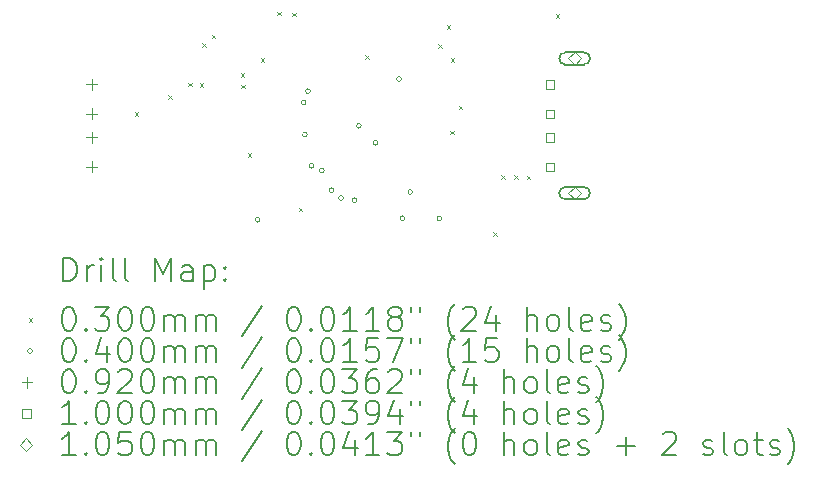
<source format=gbr>
%TF.GenerationSoftware,KiCad,Pcbnew,7.0.7*%
%TF.CreationDate,2023-09-06T15:28:24+02:00*%
%TF.ProjectId,Power Scheduler_20x49x1_6_mm,506f7765-7220-4536-9368-6564756c6572,5.3*%
%TF.SameCoordinates,Original*%
%TF.FileFunction,Drillmap*%
%TF.FilePolarity,Positive*%
%FSLAX45Y45*%
G04 Gerber Fmt 4.5, Leading zero omitted, Abs format (unit mm)*
G04 Created by KiCad (PCBNEW 7.0.7) date 2023-09-06 15:28:24*
%MOMM*%
%LPD*%
G01*
G04 APERTURE LIST*
%ADD10C,0.200000*%
%ADD11C,0.030000*%
%ADD12C,0.040000*%
%ADD13C,0.092000*%
%ADD14C,0.100000*%
%ADD15C,0.105000*%
G04 APERTURE END LIST*
D10*
D11*
X11053000Y-11833000D02*
X11083000Y-11863000D01*
X11083000Y-11833000D02*
X11053000Y-11863000D01*
X11335000Y-11686000D02*
X11365000Y-11716000D01*
X11365000Y-11686000D02*
X11335000Y-11716000D01*
X11507000Y-11581000D02*
X11537000Y-11611000D01*
X11537000Y-11581000D02*
X11507000Y-11611000D01*
X11602000Y-11584000D02*
X11632000Y-11614000D01*
X11632000Y-11584000D02*
X11602000Y-11614000D01*
X11623000Y-11245000D02*
X11653000Y-11275000D01*
X11653000Y-11245000D02*
X11623000Y-11275000D01*
X11703000Y-11175000D02*
X11733000Y-11205000D01*
X11733000Y-11175000D02*
X11703000Y-11205000D01*
X11950550Y-11502000D02*
X11980550Y-11532000D01*
X11980550Y-11502000D02*
X11950550Y-11532000D01*
X11955000Y-11599000D02*
X11985000Y-11629000D01*
X11985000Y-11599000D02*
X11955000Y-11629000D01*
X12009000Y-12180000D02*
X12039000Y-12210000D01*
X12039000Y-12180000D02*
X12009000Y-12210000D01*
X12118000Y-11376000D02*
X12148000Y-11406000D01*
X12148000Y-11376000D02*
X12118000Y-11406000D01*
X12259000Y-10980000D02*
X12289000Y-11010000D01*
X12289000Y-10980000D02*
X12259000Y-11010000D01*
X12388000Y-10987000D02*
X12418000Y-11017000D01*
X12418000Y-10987000D02*
X12388000Y-11017000D01*
X12442000Y-12638000D02*
X12472000Y-12668000D01*
X12472000Y-12638000D02*
X12442000Y-12668000D01*
X13006000Y-11348000D02*
X13036000Y-11378000D01*
X13036000Y-11348000D02*
X13006000Y-11378000D01*
X13623000Y-11257000D02*
X13653000Y-11287000D01*
X13653000Y-11257000D02*
X13623000Y-11287000D01*
X13695000Y-11093000D02*
X13725000Y-11123000D01*
X13725000Y-11093000D02*
X13695000Y-11123000D01*
X13722000Y-11989000D02*
X13752000Y-12019000D01*
X13752000Y-11989000D02*
X13722000Y-12019000D01*
X13729000Y-11376000D02*
X13759000Y-11406000D01*
X13759000Y-11376000D02*
X13729000Y-11406000D01*
X13797000Y-11775000D02*
X13827000Y-11805000D01*
X13827000Y-11775000D02*
X13797000Y-11805000D01*
X14089000Y-12847000D02*
X14119000Y-12877000D01*
X14119000Y-12847000D02*
X14089000Y-12877000D01*
X14156000Y-12365000D02*
X14186000Y-12395000D01*
X14186000Y-12365000D02*
X14156000Y-12395000D01*
X14267000Y-12366000D02*
X14297000Y-12396000D01*
X14297000Y-12366000D02*
X14267000Y-12396000D01*
X14370000Y-12370000D02*
X14400000Y-12400000D01*
X14400000Y-12370000D02*
X14370000Y-12400000D01*
X14616993Y-11002102D02*
X14646993Y-11032102D01*
X14646993Y-11002102D02*
X14616993Y-11032102D01*
D12*
X12114000Y-12742000D02*
G75*
G03*
X12114000Y-12742000I-20000J0D01*
G01*
X12502571Y-11749571D02*
G75*
G03*
X12502571Y-11749571I-20000J0D01*
G01*
X12513571Y-12020571D02*
G75*
G03*
X12513571Y-12020571I-20000J0D01*
G01*
X12539096Y-11653046D02*
G75*
G03*
X12539096Y-11653046I-20000J0D01*
G01*
X12568180Y-12285419D02*
G75*
G03*
X12568180Y-12285419I-20000J0D01*
G01*
X12656586Y-12323576D02*
G75*
G03*
X12656586Y-12323576I-20000J0D01*
G01*
X12737571Y-12490571D02*
G75*
G03*
X12737571Y-12490571I-20000J0D01*
G01*
X12819000Y-12558000D02*
G75*
G03*
X12819000Y-12558000I-20000J0D01*
G01*
X12933586Y-12576576D02*
G75*
G03*
X12933586Y-12576576I-20000J0D01*
G01*
X12970571Y-11946571D02*
G75*
G03*
X12970571Y-11946571I-20000J0D01*
G01*
X13110571Y-12090571D02*
G75*
G03*
X13110571Y-12090571I-20000J0D01*
G01*
X13310400Y-11550200D02*
G75*
G03*
X13310400Y-11550200I-20000J0D01*
G01*
X13338000Y-12728126D02*
G75*
G03*
X13338000Y-12728126I-20000J0D01*
G01*
X13405000Y-12506000D02*
G75*
G03*
X13405000Y-12506000I-20000J0D01*
G01*
X13652000Y-12730000D02*
G75*
G03*
X13652000Y-12730000I-20000J0D01*
G01*
D13*
X10689000Y-11548000D02*
X10689000Y-11640000D01*
X10643000Y-11594000D02*
X10735000Y-11594000D01*
X10689000Y-11798000D02*
X10689000Y-11890000D01*
X10643000Y-11844000D02*
X10735000Y-11844000D01*
X10689000Y-11998000D02*
X10689000Y-12090000D01*
X10643000Y-12044000D02*
X10735000Y-12044000D01*
X10689000Y-12248000D02*
X10689000Y-12340000D01*
X10643000Y-12294000D02*
X10735000Y-12294000D01*
D14*
X14602356Y-11631356D02*
X14602356Y-11560644D01*
X14531644Y-11560644D01*
X14531644Y-11631356D01*
X14602356Y-11631356D01*
X14602356Y-11881356D02*
X14602356Y-11810644D01*
X14531644Y-11810644D01*
X14531644Y-11881356D01*
X14602356Y-11881356D01*
X14602356Y-12081356D02*
X14602356Y-12010644D01*
X14531644Y-12010644D01*
X14531644Y-12081356D01*
X14602356Y-12081356D01*
X14602356Y-12331356D02*
X14602356Y-12260644D01*
X14531644Y-12260644D01*
X14531644Y-12331356D01*
X14602356Y-12331356D01*
D15*
X14777000Y-11428500D02*
X14829500Y-11376000D01*
X14777000Y-11323500D01*
X14724500Y-11376000D01*
X14777000Y-11428500D01*
D10*
X14699500Y-11428500D02*
X14854500Y-11428500D01*
X14854500Y-11428500D02*
G75*
G03*
X14854500Y-11323500I0J52500D01*
G01*
X14854500Y-11323500D02*
X14699500Y-11323500D01*
X14699500Y-11323500D02*
G75*
G03*
X14699500Y-11428500I0J-52500D01*
G01*
D15*
X14777000Y-12568500D02*
X14829500Y-12516000D01*
X14777000Y-12463500D01*
X14724500Y-12516000D01*
X14777000Y-12568500D01*
D10*
X14699500Y-12568500D02*
X14854500Y-12568500D01*
X14854500Y-12568500D02*
G75*
G03*
X14854500Y-12463500I0J52500D01*
G01*
X14854500Y-12463500D02*
X14699500Y-12463500D01*
X14699500Y-12463500D02*
G75*
G03*
X14699500Y-12568500I0J-52500D01*
G01*
X10447284Y-13261258D02*
X10447284Y-13061258D01*
X10447284Y-13061258D02*
X10494903Y-13061258D01*
X10494903Y-13061258D02*
X10523474Y-13070781D01*
X10523474Y-13070781D02*
X10542522Y-13089829D01*
X10542522Y-13089829D02*
X10552046Y-13108877D01*
X10552046Y-13108877D02*
X10561569Y-13146972D01*
X10561569Y-13146972D02*
X10561569Y-13175543D01*
X10561569Y-13175543D02*
X10552046Y-13213639D01*
X10552046Y-13213639D02*
X10542522Y-13232686D01*
X10542522Y-13232686D02*
X10523474Y-13251734D01*
X10523474Y-13251734D02*
X10494903Y-13261258D01*
X10494903Y-13261258D02*
X10447284Y-13261258D01*
X10647284Y-13261258D02*
X10647284Y-13127924D01*
X10647284Y-13166020D02*
X10656808Y-13146972D01*
X10656808Y-13146972D02*
X10666331Y-13137448D01*
X10666331Y-13137448D02*
X10685379Y-13127924D01*
X10685379Y-13127924D02*
X10704427Y-13127924D01*
X10771093Y-13261258D02*
X10771093Y-13127924D01*
X10771093Y-13061258D02*
X10761569Y-13070781D01*
X10761569Y-13070781D02*
X10771093Y-13080305D01*
X10771093Y-13080305D02*
X10780617Y-13070781D01*
X10780617Y-13070781D02*
X10771093Y-13061258D01*
X10771093Y-13061258D02*
X10771093Y-13080305D01*
X10894903Y-13261258D02*
X10875855Y-13251734D01*
X10875855Y-13251734D02*
X10866331Y-13232686D01*
X10866331Y-13232686D02*
X10866331Y-13061258D01*
X10999665Y-13261258D02*
X10980617Y-13251734D01*
X10980617Y-13251734D02*
X10971093Y-13232686D01*
X10971093Y-13232686D02*
X10971093Y-13061258D01*
X11228236Y-13261258D02*
X11228236Y-13061258D01*
X11228236Y-13061258D02*
X11294903Y-13204115D01*
X11294903Y-13204115D02*
X11361569Y-13061258D01*
X11361569Y-13061258D02*
X11361569Y-13261258D01*
X11542522Y-13261258D02*
X11542522Y-13156496D01*
X11542522Y-13156496D02*
X11532998Y-13137448D01*
X11532998Y-13137448D02*
X11513950Y-13127924D01*
X11513950Y-13127924D02*
X11475855Y-13127924D01*
X11475855Y-13127924D02*
X11456807Y-13137448D01*
X11542522Y-13251734D02*
X11523474Y-13261258D01*
X11523474Y-13261258D02*
X11475855Y-13261258D01*
X11475855Y-13261258D02*
X11456807Y-13251734D01*
X11456807Y-13251734D02*
X11447284Y-13232686D01*
X11447284Y-13232686D02*
X11447284Y-13213639D01*
X11447284Y-13213639D02*
X11456807Y-13194591D01*
X11456807Y-13194591D02*
X11475855Y-13185067D01*
X11475855Y-13185067D02*
X11523474Y-13185067D01*
X11523474Y-13185067D02*
X11542522Y-13175543D01*
X11637760Y-13127924D02*
X11637760Y-13327924D01*
X11637760Y-13137448D02*
X11656807Y-13127924D01*
X11656807Y-13127924D02*
X11694903Y-13127924D01*
X11694903Y-13127924D02*
X11713950Y-13137448D01*
X11713950Y-13137448D02*
X11723474Y-13146972D01*
X11723474Y-13146972D02*
X11732998Y-13166020D01*
X11732998Y-13166020D02*
X11732998Y-13223162D01*
X11732998Y-13223162D02*
X11723474Y-13242210D01*
X11723474Y-13242210D02*
X11713950Y-13251734D01*
X11713950Y-13251734D02*
X11694903Y-13261258D01*
X11694903Y-13261258D02*
X11656807Y-13261258D01*
X11656807Y-13261258D02*
X11637760Y-13251734D01*
X11818712Y-13242210D02*
X11828236Y-13251734D01*
X11828236Y-13251734D02*
X11818712Y-13261258D01*
X11818712Y-13261258D02*
X11809188Y-13251734D01*
X11809188Y-13251734D02*
X11818712Y-13242210D01*
X11818712Y-13242210D02*
X11818712Y-13261258D01*
X11818712Y-13137448D02*
X11828236Y-13146972D01*
X11828236Y-13146972D02*
X11818712Y-13156496D01*
X11818712Y-13156496D02*
X11809188Y-13146972D01*
X11809188Y-13146972D02*
X11818712Y-13137448D01*
X11818712Y-13137448D02*
X11818712Y-13156496D01*
D11*
X10156507Y-13574774D02*
X10186507Y-13604774D01*
X10186507Y-13574774D02*
X10156507Y-13604774D01*
D10*
X10485379Y-13481258D02*
X10504427Y-13481258D01*
X10504427Y-13481258D02*
X10523474Y-13490781D01*
X10523474Y-13490781D02*
X10532998Y-13500305D01*
X10532998Y-13500305D02*
X10542522Y-13519353D01*
X10542522Y-13519353D02*
X10552046Y-13557448D01*
X10552046Y-13557448D02*
X10552046Y-13605067D01*
X10552046Y-13605067D02*
X10542522Y-13643162D01*
X10542522Y-13643162D02*
X10532998Y-13662210D01*
X10532998Y-13662210D02*
X10523474Y-13671734D01*
X10523474Y-13671734D02*
X10504427Y-13681258D01*
X10504427Y-13681258D02*
X10485379Y-13681258D01*
X10485379Y-13681258D02*
X10466331Y-13671734D01*
X10466331Y-13671734D02*
X10456808Y-13662210D01*
X10456808Y-13662210D02*
X10447284Y-13643162D01*
X10447284Y-13643162D02*
X10437760Y-13605067D01*
X10437760Y-13605067D02*
X10437760Y-13557448D01*
X10437760Y-13557448D02*
X10447284Y-13519353D01*
X10447284Y-13519353D02*
X10456808Y-13500305D01*
X10456808Y-13500305D02*
X10466331Y-13490781D01*
X10466331Y-13490781D02*
X10485379Y-13481258D01*
X10637760Y-13662210D02*
X10647284Y-13671734D01*
X10647284Y-13671734D02*
X10637760Y-13681258D01*
X10637760Y-13681258D02*
X10628236Y-13671734D01*
X10628236Y-13671734D02*
X10637760Y-13662210D01*
X10637760Y-13662210D02*
X10637760Y-13681258D01*
X10713950Y-13481258D02*
X10837760Y-13481258D01*
X10837760Y-13481258D02*
X10771093Y-13557448D01*
X10771093Y-13557448D02*
X10799665Y-13557448D01*
X10799665Y-13557448D02*
X10818712Y-13566972D01*
X10818712Y-13566972D02*
X10828236Y-13576496D01*
X10828236Y-13576496D02*
X10837760Y-13595543D01*
X10837760Y-13595543D02*
X10837760Y-13643162D01*
X10837760Y-13643162D02*
X10828236Y-13662210D01*
X10828236Y-13662210D02*
X10818712Y-13671734D01*
X10818712Y-13671734D02*
X10799665Y-13681258D01*
X10799665Y-13681258D02*
X10742522Y-13681258D01*
X10742522Y-13681258D02*
X10723474Y-13671734D01*
X10723474Y-13671734D02*
X10713950Y-13662210D01*
X10961569Y-13481258D02*
X10980617Y-13481258D01*
X10980617Y-13481258D02*
X10999665Y-13490781D01*
X10999665Y-13490781D02*
X11009189Y-13500305D01*
X11009189Y-13500305D02*
X11018712Y-13519353D01*
X11018712Y-13519353D02*
X11028236Y-13557448D01*
X11028236Y-13557448D02*
X11028236Y-13605067D01*
X11028236Y-13605067D02*
X11018712Y-13643162D01*
X11018712Y-13643162D02*
X11009189Y-13662210D01*
X11009189Y-13662210D02*
X10999665Y-13671734D01*
X10999665Y-13671734D02*
X10980617Y-13681258D01*
X10980617Y-13681258D02*
X10961569Y-13681258D01*
X10961569Y-13681258D02*
X10942522Y-13671734D01*
X10942522Y-13671734D02*
X10932998Y-13662210D01*
X10932998Y-13662210D02*
X10923474Y-13643162D01*
X10923474Y-13643162D02*
X10913950Y-13605067D01*
X10913950Y-13605067D02*
X10913950Y-13557448D01*
X10913950Y-13557448D02*
X10923474Y-13519353D01*
X10923474Y-13519353D02*
X10932998Y-13500305D01*
X10932998Y-13500305D02*
X10942522Y-13490781D01*
X10942522Y-13490781D02*
X10961569Y-13481258D01*
X11152046Y-13481258D02*
X11171093Y-13481258D01*
X11171093Y-13481258D02*
X11190141Y-13490781D01*
X11190141Y-13490781D02*
X11199665Y-13500305D01*
X11199665Y-13500305D02*
X11209188Y-13519353D01*
X11209188Y-13519353D02*
X11218712Y-13557448D01*
X11218712Y-13557448D02*
X11218712Y-13605067D01*
X11218712Y-13605067D02*
X11209188Y-13643162D01*
X11209188Y-13643162D02*
X11199665Y-13662210D01*
X11199665Y-13662210D02*
X11190141Y-13671734D01*
X11190141Y-13671734D02*
X11171093Y-13681258D01*
X11171093Y-13681258D02*
X11152046Y-13681258D01*
X11152046Y-13681258D02*
X11132998Y-13671734D01*
X11132998Y-13671734D02*
X11123474Y-13662210D01*
X11123474Y-13662210D02*
X11113950Y-13643162D01*
X11113950Y-13643162D02*
X11104427Y-13605067D01*
X11104427Y-13605067D02*
X11104427Y-13557448D01*
X11104427Y-13557448D02*
X11113950Y-13519353D01*
X11113950Y-13519353D02*
X11123474Y-13500305D01*
X11123474Y-13500305D02*
X11132998Y-13490781D01*
X11132998Y-13490781D02*
X11152046Y-13481258D01*
X11304427Y-13681258D02*
X11304427Y-13547924D01*
X11304427Y-13566972D02*
X11313950Y-13557448D01*
X11313950Y-13557448D02*
X11332998Y-13547924D01*
X11332998Y-13547924D02*
X11361569Y-13547924D01*
X11361569Y-13547924D02*
X11380617Y-13557448D01*
X11380617Y-13557448D02*
X11390141Y-13576496D01*
X11390141Y-13576496D02*
X11390141Y-13681258D01*
X11390141Y-13576496D02*
X11399665Y-13557448D01*
X11399665Y-13557448D02*
X11418712Y-13547924D01*
X11418712Y-13547924D02*
X11447284Y-13547924D01*
X11447284Y-13547924D02*
X11466331Y-13557448D01*
X11466331Y-13557448D02*
X11475855Y-13576496D01*
X11475855Y-13576496D02*
X11475855Y-13681258D01*
X11571093Y-13681258D02*
X11571093Y-13547924D01*
X11571093Y-13566972D02*
X11580617Y-13557448D01*
X11580617Y-13557448D02*
X11599665Y-13547924D01*
X11599665Y-13547924D02*
X11628236Y-13547924D01*
X11628236Y-13547924D02*
X11647284Y-13557448D01*
X11647284Y-13557448D02*
X11656808Y-13576496D01*
X11656808Y-13576496D02*
X11656808Y-13681258D01*
X11656808Y-13576496D02*
X11666331Y-13557448D01*
X11666331Y-13557448D02*
X11685379Y-13547924D01*
X11685379Y-13547924D02*
X11713950Y-13547924D01*
X11713950Y-13547924D02*
X11732998Y-13557448D01*
X11732998Y-13557448D02*
X11742522Y-13576496D01*
X11742522Y-13576496D02*
X11742522Y-13681258D01*
X12132998Y-13471734D02*
X11961570Y-13728877D01*
X12390141Y-13481258D02*
X12409189Y-13481258D01*
X12409189Y-13481258D02*
X12428236Y-13490781D01*
X12428236Y-13490781D02*
X12437760Y-13500305D01*
X12437760Y-13500305D02*
X12447284Y-13519353D01*
X12447284Y-13519353D02*
X12456808Y-13557448D01*
X12456808Y-13557448D02*
X12456808Y-13605067D01*
X12456808Y-13605067D02*
X12447284Y-13643162D01*
X12447284Y-13643162D02*
X12437760Y-13662210D01*
X12437760Y-13662210D02*
X12428236Y-13671734D01*
X12428236Y-13671734D02*
X12409189Y-13681258D01*
X12409189Y-13681258D02*
X12390141Y-13681258D01*
X12390141Y-13681258D02*
X12371093Y-13671734D01*
X12371093Y-13671734D02*
X12361570Y-13662210D01*
X12361570Y-13662210D02*
X12352046Y-13643162D01*
X12352046Y-13643162D02*
X12342522Y-13605067D01*
X12342522Y-13605067D02*
X12342522Y-13557448D01*
X12342522Y-13557448D02*
X12352046Y-13519353D01*
X12352046Y-13519353D02*
X12361570Y-13500305D01*
X12361570Y-13500305D02*
X12371093Y-13490781D01*
X12371093Y-13490781D02*
X12390141Y-13481258D01*
X12542522Y-13662210D02*
X12552046Y-13671734D01*
X12552046Y-13671734D02*
X12542522Y-13681258D01*
X12542522Y-13681258D02*
X12532998Y-13671734D01*
X12532998Y-13671734D02*
X12542522Y-13662210D01*
X12542522Y-13662210D02*
X12542522Y-13681258D01*
X12675855Y-13481258D02*
X12694903Y-13481258D01*
X12694903Y-13481258D02*
X12713951Y-13490781D01*
X12713951Y-13490781D02*
X12723474Y-13500305D01*
X12723474Y-13500305D02*
X12732998Y-13519353D01*
X12732998Y-13519353D02*
X12742522Y-13557448D01*
X12742522Y-13557448D02*
X12742522Y-13605067D01*
X12742522Y-13605067D02*
X12732998Y-13643162D01*
X12732998Y-13643162D02*
X12723474Y-13662210D01*
X12723474Y-13662210D02*
X12713951Y-13671734D01*
X12713951Y-13671734D02*
X12694903Y-13681258D01*
X12694903Y-13681258D02*
X12675855Y-13681258D01*
X12675855Y-13681258D02*
X12656808Y-13671734D01*
X12656808Y-13671734D02*
X12647284Y-13662210D01*
X12647284Y-13662210D02*
X12637760Y-13643162D01*
X12637760Y-13643162D02*
X12628236Y-13605067D01*
X12628236Y-13605067D02*
X12628236Y-13557448D01*
X12628236Y-13557448D02*
X12637760Y-13519353D01*
X12637760Y-13519353D02*
X12647284Y-13500305D01*
X12647284Y-13500305D02*
X12656808Y-13490781D01*
X12656808Y-13490781D02*
X12675855Y-13481258D01*
X12932998Y-13681258D02*
X12818712Y-13681258D01*
X12875855Y-13681258D02*
X12875855Y-13481258D01*
X12875855Y-13481258D02*
X12856808Y-13509829D01*
X12856808Y-13509829D02*
X12837760Y-13528877D01*
X12837760Y-13528877D02*
X12818712Y-13538400D01*
X13123474Y-13681258D02*
X13009189Y-13681258D01*
X13066331Y-13681258D02*
X13066331Y-13481258D01*
X13066331Y-13481258D02*
X13047284Y-13509829D01*
X13047284Y-13509829D02*
X13028236Y-13528877D01*
X13028236Y-13528877D02*
X13009189Y-13538400D01*
X13237760Y-13566972D02*
X13218712Y-13557448D01*
X13218712Y-13557448D02*
X13209189Y-13547924D01*
X13209189Y-13547924D02*
X13199665Y-13528877D01*
X13199665Y-13528877D02*
X13199665Y-13519353D01*
X13199665Y-13519353D02*
X13209189Y-13500305D01*
X13209189Y-13500305D02*
X13218712Y-13490781D01*
X13218712Y-13490781D02*
X13237760Y-13481258D01*
X13237760Y-13481258D02*
X13275855Y-13481258D01*
X13275855Y-13481258D02*
X13294903Y-13490781D01*
X13294903Y-13490781D02*
X13304427Y-13500305D01*
X13304427Y-13500305D02*
X13313951Y-13519353D01*
X13313951Y-13519353D02*
X13313951Y-13528877D01*
X13313951Y-13528877D02*
X13304427Y-13547924D01*
X13304427Y-13547924D02*
X13294903Y-13557448D01*
X13294903Y-13557448D02*
X13275855Y-13566972D01*
X13275855Y-13566972D02*
X13237760Y-13566972D01*
X13237760Y-13566972D02*
X13218712Y-13576496D01*
X13218712Y-13576496D02*
X13209189Y-13586020D01*
X13209189Y-13586020D02*
X13199665Y-13605067D01*
X13199665Y-13605067D02*
X13199665Y-13643162D01*
X13199665Y-13643162D02*
X13209189Y-13662210D01*
X13209189Y-13662210D02*
X13218712Y-13671734D01*
X13218712Y-13671734D02*
X13237760Y-13681258D01*
X13237760Y-13681258D02*
X13275855Y-13681258D01*
X13275855Y-13681258D02*
X13294903Y-13671734D01*
X13294903Y-13671734D02*
X13304427Y-13662210D01*
X13304427Y-13662210D02*
X13313951Y-13643162D01*
X13313951Y-13643162D02*
X13313951Y-13605067D01*
X13313951Y-13605067D02*
X13304427Y-13586020D01*
X13304427Y-13586020D02*
X13294903Y-13576496D01*
X13294903Y-13576496D02*
X13275855Y-13566972D01*
X13390141Y-13481258D02*
X13390141Y-13519353D01*
X13466332Y-13481258D02*
X13466332Y-13519353D01*
X13761570Y-13757448D02*
X13752046Y-13747924D01*
X13752046Y-13747924D02*
X13732998Y-13719353D01*
X13732998Y-13719353D02*
X13723474Y-13700305D01*
X13723474Y-13700305D02*
X13713951Y-13671734D01*
X13713951Y-13671734D02*
X13704427Y-13624115D01*
X13704427Y-13624115D02*
X13704427Y-13586020D01*
X13704427Y-13586020D02*
X13713951Y-13538400D01*
X13713951Y-13538400D02*
X13723474Y-13509829D01*
X13723474Y-13509829D02*
X13732998Y-13490781D01*
X13732998Y-13490781D02*
X13752046Y-13462210D01*
X13752046Y-13462210D02*
X13761570Y-13452686D01*
X13828236Y-13500305D02*
X13837760Y-13490781D01*
X13837760Y-13490781D02*
X13856808Y-13481258D01*
X13856808Y-13481258D02*
X13904427Y-13481258D01*
X13904427Y-13481258D02*
X13923474Y-13490781D01*
X13923474Y-13490781D02*
X13932998Y-13500305D01*
X13932998Y-13500305D02*
X13942522Y-13519353D01*
X13942522Y-13519353D02*
X13942522Y-13538400D01*
X13942522Y-13538400D02*
X13932998Y-13566972D01*
X13932998Y-13566972D02*
X13818713Y-13681258D01*
X13818713Y-13681258D02*
X13942522Y-13681258D01*
X14113951Y-13547924D02*
X14113951Y-13681258D01*
X14066332Y-13471734D02*
X14018713Y-13614591D01*
X14018713Y-13614591D02*
X14142522Y-13614591D01*
X14371094Y-13681258D02*
X14371094Y-13481258D01*
X14456808Y-13681258D02*
X14456808Y-13576496D01*
X14456808Y-13576496D02*
X14447284Y-13557448D01*
X14447284Y-13557448D02*
X14428236Y-13547924D01*
X14428236Y-13547924D02*
X14399665Y-13547924D01*
X14399665Y-13547924D02*
X14380617Y-13557448D01*
X14380617Y-13557448D02*
X14371094Y-13566972D01*
X14580617Y-13681258D02*
X14561570Y-13671734D01*
X14561570Y-13671734D02*
X14552046Y-13662210D01*
X14552046Y-13662210D02*
X14542522Y-13643162D01*
X14542522Y-13643162D02*
X14542522Y-13586020D01*
X14542522Y-13586020D02*
X14552046Y-13566972D01*
X14552046Y-13566972D02*
X14561570Y-13557448D01*
X14561570Y-13557448D02*
X14580617Y-13547924D01*
X14580617Y-13547924D02*
X14609189Y-13547924D01*
X14609189Y-13547924D02*
X14628236Y-13557448D01*
X14628236Y-13557448D02*
X14637760Y-13566972D01*
X14637760Y-13566972D02*
X14647284Y-13586020D01*
X14647284Y-13586020D02*
X14647284Y-13643162D01*
X14647284Y-13643162D02*
X14637760Y-13662210D01*
X14637760Y-13662210D02*
X14628236Y-13671734D01*
X14628236Y-13671734D02*
X14609189Y-13681258D01*
X14609189Y-13681258D02*
X14580617Y-13681258D01*
X14761570Y-13681258D02*
X14742522Y-13671734D01*
X14742522Y-13671734D02*
X14732998Y-13652686D01*
X14732998Y-13652686D02*
X14732998Y-13481258D01*
X14913951Y-13671734D02*
X14894903Y-13681258D01*
X14894903Y-13681258D02*
X14856808Y-13681258D01*
X14856808Y-13681258D02*
X14837760Y-13671734D01*
X14837760Y-13671734D02*
X14828236Y-13652686D01*
X14828236Y-13652686D02*
X14828236Y-13576496D01*
X14828236Y-13576496D02*
X14837760Y-13557448D01*
X14837760Y-13557448D02*
X14856808Y-13547924D01*
X14856808Y-13547924D02*
X14894903Y-13547924D01*
X14894903Y-13547924D02*
X14913951Y-13557448D01*
X14913951Y-13557448D02*
X14923475Y-13576496D01*
X14923475Y-13576496D02*
X14923475Y-13595543D01*
X14923475Y-13595543D02*
X14828236Y-13614591D01*
X14999665Y-13671734D02*
X15018713Y-13681258D01*
X15018713Y-13681258D02*
X15056808Y-13681258D01*
X15056808Y-13681258D02*
X15075856Y-13671734D01*
X15075856Y-13671734D02*
X15085379Y-13652686D01*
X15085379Y-13652686D02*
X15085379Y-13643162D01*
X15085379Y-13643162D02*
X15075856Y-13624115D01*
X15075856Y-13624115D02*
X15056808Y-13614591D01*
X15056808Y-13614591D02*
X15028236Y-13614591D01*
X15028236Y-13614591D02*
X15009189Y-13605067D01*
X15009189Y-13605067D02*
X14999665Y-13586020D01*
X14999665Y-13586020D02*
X14999665Y-13576496D01*
X14999665Y-13576496D02*
X15009189Y-13557448D01*
X15009189Y-13557448D02*
X15028236Y-13547924D01*
X15028236Y-13547924D02*
X15056808Y-13547924D01*
X15056808Y-13547924D02*
X15075856Y-13557448D01*
X15152046Y-13757448D02*
X15161570Y-13747924D01*
X15161570Y-13747924D02*
X15180617Y-13719353D01*
X15180617Y-13719353D02*
X15190141Y-13700305D01*
X15190141Y-13700305D02*
X15199665Y-13671734D01*
X15199665Y-13671734D02*
X15209189Y-13624115D01*
X15209189Y-13624115D02*
X15209189Y-13586020D01*
X15209189Y-13586020D02*
X15199665Y-13538400D01*
X15199665Y-13538400D02*
X15190141Y-13509829D01*
X15190141Y-13509829D02*
X15180617Y-13490781D01*
X15180617Y-13490781D02*
X15161570Y-13462210D01*
X15161570Y-13462210D02*
X15152046Y-13452686D01*
D12*
X10186507Y-13853774D02*
G75*
G03*
X10186507Y-13853774I-20000J0D01*
G01*
D10*
X10485379Y-13745258D02*
X10504427Y-13745258D01*
X10504427Y-13745258D02*
X10523474Y-13754781D01*
X10523474Y-13754781D02*
X10532998Y-13764305D01*
X10532998Y-13764305D02*
X10542522Y-13783353D01*
X10542522Y-13783353D02*
X10552046Y-13821448D01*
X10552046Y-13821448D02*
X10552046Y-13869067D01*
X10552046Y-13869067D02*
X10542522Y-13907162D01*
X10542522Y-13907162D02*
X10532998Y-13926210D01*
X10532998Y-13926210D02*
X10523474Y-13935734D01*
X10523474Y-13935734D02*
X10504427Y-13945258D01*
X10504427Y-13945258D02*
X10485379Y-13945258D01*
X10485379Y-13945258D02*
X10466331Y-13935734D01*
X10466331Y-13935734D02*
X10456808Y-13926210D01*
X10456808Y-13926210D02*
X10447284Y-13907162D01*
X10447284Y-13907162D02*
X10437760Y-13869067D01*
X10437760Y-13869067D02*
X10437760Y-13821448D01*
X10437760Y-13821448D02*
X10447284Y-13783353D01*
X10447284Y-13783353D02*
X10456808Y-13764305D01*
X10456808Y-13764305D02*
X10466331Y-13754781D01*
X10466331Y-13754781D02*
X10485379Y-13745258D01*
X10637760Y-13926210D02*
X10647284Y-13935734D01*
X10647284Y-13935734D02*
X10637760Y-13945258D01*
X10637760Y-13945258D02*
X10628236Y-13935734D01*
X10628236Y-13935734D02*
X10637760Y-13926210D01*
X10637760Y-13926210D02*
X10637760Y-13945258D01*
X10818712Y-13811924D02*
X10818712Y-13945258D01*
X10771093Y-13735734D02*
X10723474Y-13878591D01*
X10723474Y-13878591D02*
X10847284Y-13878591D01*
X10961569Y-13745258D02*
X10980617Y-13745258D01*
X10980617Y-13745258D02*
X10999665Y-13754781D01*
X10999665Y-13754781D02*
X11009189Y-13764305D01*
X11009189Y-13764305D02*
X11018712Y-13783353D01*
X11018712Y-13783353D02*
X11028236Y-13821448D01*
X11028236Y-13821448D02*
X11028236Y-13869067D01*
X11028236Y-13869067D02*
X11018712Y-13907162D01*
X11018712Y-13907162D02*
X11009189Y-13926210D01*
X11009189Y-13926210D02*
X10999665Y-13935734D01*
X10999665Y-13935734D02*
X10980617Y-13945258D01*
X10980617Y-13945258D02*
X10961569Y-13945258D01*
X10961569Y-13945258D02*
X10942522Y-13935734D01*
X10942522Y-13935734D02*
X10932998Y-13926210D01*
X10932998Y-13926210D02*
X10923474Y-13907162D01*
X10923474Y-13907162D02*
X10913950Y-13869067D01*
X10913950Y-13869067D02*
X10913950Y-13821448D01*
X10913950Y-13821448D02*
X10923474Y-13783353D01*
X10923474Y-13783353D02*
X10932998Y-13764305D01*
X10932998Y-13764305D02*
X10942522Y-13754781D01*
X10942522Y-13754781D02*
X10961569Y-13745258D01*
X11152046Y-13745258D02*
X11171093Y-13745258D01*
X11171093Y-13745258D02*
X11190141Y-13754781D01*
X11190141Y-13754781D02*
X11199665Y-13764305D01*
X11199665Y-13764305D02*
X11209188Y-13783353D01*
X11209188Y-13783353D02*
X11218712Y-13821448D01*
X11218712Y-13821448D02*
X11218712Y-13869067D01*
X11218712Y-13869067D02*
X11209188Y-13907162D01*
X11209188Y-13907162D02*
X11199665Y-13926210D01*
X11199665Y-13926210D02*
X11190141Y-13935734D01*
X11190141Y-13935734D02*
X11171093Y-13945258D01*
X11171093Y-13945258D02*
X11152046Y-13945258D01*
X11152046Y-13945258D02*
X11132998Y-13935734D01*
X11132998Y-13935734D02*
X11123474Y-13926210D01*
X11123474Y-13926210D02*
X11113950Y-13907162D01*
X11113950Y-13907162D02*
X11104427Y-13869067D01*
X11104427Y-13869067D02*
X11104427Y-13821448D01*
X11104427Y-13821448D02*
X11113950Y-13783353D01*
X11113950Y-13783353D02*
X11123474Y-13764305D01*
X11123474Y-13764305D02*
X11132998Y-13754781D01*
X11132998Y-13754781D02*
X11152046Y-13745258D01*
X11304427Y-13945258D02*
X11304427Y-13811924D01*
X11304427Y-13830972D02*
X11313950Y-13821448D01*
X11313950Y-13821448D02*
X11332998Y-13811924D01*
X11332998Y-13811924D02*
X11361569Y-13811924D01*
X11361569Y-13811924D02*
X11380617Y-13821448D01*
X11380617Y-13821448D02*
X11390141Y-13840496D01*
X11390141Y-13840496D02*
X11390141Y-13945258D01*
X11390141Y-13840496D02*
X11399665Y-13821448D01*
X11399665Y-13821448D02*
X11418712Y-13811924D01*
X11418712Y-13811924D02*
X11447284Y-13811924D01*
X11447284Y-13811924D02*
X11466331Y-13821448D01*
X11466331Y-13821448D02*
X11475855Y-13840496D01*
X11475855Y-13840496D02*
X11475855Y-13945258D01*
X11571093Y-13945258D02*
X11571093Y-13811924D01*
X11571093Y-13830972D02*
X11580617Y-13821448D01*
X11580617Y-13821448D02*
X11599665Y-13811924D01*
X11599665Y-13811924D02*
X11628236Y-13811924D01*
X11628236Y-13811924D02*
X11647284Y-13821448D01*
X11647284Y-13821448D02*
X11656808Y-13840496D01*
X11656808Y-13840496D02*
X11656808Y-13945258D01*
X11656808Y-13840496D02*
X11666331Y-13821448D01*
X11666331Y-13821448D02*
X11685379Y-13811924D01*
X11685379Y-13811924D02*
X11713950Y-13811924D01*
X11713950Y-13811924D02*
X11732998Y-13821448D01*
X11732998Y-13821448D02*
X11742522Y-13840496D01*
X11742522Y-13840496D02*
X11742522Y-13945258D01*
X12132998Y-13735734D02*
X11961570Y-13992877D01*
X12390141Y-13745258D02*
X12409189Y-13745258D01*
X12409189Y-13745258D02*
X12428236Y-13754781D01*
X12428236Y-13754781D02*
X12437760Y-13764305D01*
X12437760Y-13764305D02*
X12447284Y-13783353D01*
X12447284Y-13783353D02*
X12456808Y-13821448D01*
X12456808Y-13821448D02*
X12456808Y-13869067D01*
X12456808Y-13869067D02*
X12447284Y-13907162D01*
X12447284Y-13907162D02*
X12437760Y-13926210D01*
X12437760Y-13926210D02*
X12428236Y-13935734D01*
X12428236Y-13935734D02*
X12409189Y-13945258D01*
X12409189Y-13945258D02*
X12390141Y-13945258D01*
X12390141Y-13945258D02*
X12371093Y-13935734D01*
X12371093Y-13935734D02*
X12361570Y-13926210D01*
X12361570Y-13926210D02*
X12352046Y-13907162D01*
X12352046Y-13907162D02*
X12342522Y-13869067D01*
X12342522Y-13869067D02*
X12342522Y-13821448D01*
X12342522Y-13821448D02*
X12352046Y-13783353D01*
X12352046Y-13783353D02*
X12361570Y-13764305D01*
X12361570Y-13764305D02*
X12371093Y-13754781D01*
X12371093Y-13754781D02*
X12390141Y-13745258D01*
X12542522Y-13926210D02*
X12552046Y-13935734D01*
X12552046Y-13935734D02*
X12542522Y-13945258D01*
X12542522Y-13945258D02*
X12532998Y-13935734D01*
X12532998Y-13935734D02*
X12542522Y-13926210D01*
X12542522Y-13926210D02*
X12542522Y-13945258D01*
X12675855Y-13745258D02*
X12694903Y-13745258D01*
X12694903Y-13745258D02*
X12713951Y-13754781D01*
X12713951Y-13754781D02*
X12723474Y-13764305D01*
X12723474Y-13764305D02*
X12732998Y-13783353D01*
X12732998Y-13783353D02*
X12742522Y-13821448D01*
X12742522Y-13821448D02*
X12742522Y-13869067D01*
X12742522Y-13869067D02*
X12732998Y-13907162D01*
X12732998Y-13907162D02*
X12723474Y-13926210D01*
X12723474Y-13926210D02*
X12713951Y-13935734D01*
X12713951Y-13935734D02*
X12694903Y-13945258D01*
X12694903Y-13945258D02*
X12675855Y-13945258D01*
X12675855Y-13945258D02*
X12656808Y-13935734D01*
X12656808Y-13935734D02*
X12647284Y-13926210D01*
X12647284Y-13926210D02*
X12637760Y-13907162D01*
X12637760Y-13907162D02*
X12628236Y-13869067D01*
X12628236Y-13869067D02*
X12628236Y-13821448D01*
X12628236Y-13821448D02*
X12637760Y-13783353D01*
X12637760Y-13783353D02*
X12647284Y-13764305D01*
X12647284Y-13764305D02*
X12656808Y-13754781D01*
X12656808Y-13754781D02*
X12675855Y-13745258D01*
X12932998Y-13945258D02*
X12818712Y-13945258D01*
X12875855Y-13945258D02*
X12875855Y-13745258D01*
X12875855Y-13745258D02*
X12856808Y-13773829D01*
X12856808Y-13773829D02*
X12837760Y-13792877D01*
X12837760Y-13792877D02*
X12818712Y-13802400D01*
X13113951Y-13745258D02*
X13018712Y-13745258D01*
X13018712Y-13745258D02*
X13009189Y-13840496D01*
X13009189Y-13840496D02*
X13018712Y-13830972D01*
X13018712Y-13830972D02*
X13037760Y-13821448D01*
X13037760Y-13821448D02*
X13085379Y-13821448D01*
X13085379Y-13821448D02*
X13104427Y-13830972D01*
X13104427Y-13830972D02*
X13113951Y-13840496D01*
X13113951Y-13840496D02*
X13123474Y-13859543D01*
X13123474Y-13859543D02*
X13123474Y-13907162D01*
X13123474Y-13907162D02*
X13113951Y-13926210D01*
X13113951Y-13926210D02*
X13104427Y-13935734D01*
X13104427Y-13935734D02*
X13085379Y-13945258D01*
X13085379Y-13945258D02*
X13037760Y-13945258D01*
X13037760Y-13945258D02*
X13018712Y-13935734D01*
X13018712Y-13935734D02*
X13009189Y-13926210D01*
X13190141Y-13745258D02*
X13323474Y-13745258D01*
X13323474Y-13745258D02*
X13237760Y-13945258D01*
X13390141Y-13745258D02*
X13390141Y-13783353D01*
X13466332Y-13745258D02*
X13466332Y-13783353D01*
X13761570Y-14021448D02*
X13752046Y-14011924D01*
X13752046Y-14011924D02*
X13732998Y-13983353D01*
X13732998Y-13983353D02*
X13723474Y-13964305D01*
X13723474Y-13964305D02*
X13713951Y-13935734D01*
X13713951Y-13935734D02*
X13704427Y-13888115D01*
X13704427Y-13888115D02*
X13704427Y-13850020D01*
X13704427Y-13850020D02*
X13713951Y-13802400D01*
X13713951Y-13802400D02*
X13723474Y-13773829D01*
X13723474Y-13773829D02*
X13732998Y-13754781D01*
X13732998Y-13754781D02*
X13752046Y-13726210D01*
X13752046Y-13726210D02*
X13761570Y-13716686D01*
X13942522Y-13945258D02*
X13828236Y-13945258D01*
X13885379Y-13945258D02*
X13885379Y-13745258D01*
X13885379Y-13745258D02*
X13866332Y-13773829D01*
X13866332Y-13773829D02*
X13847284Y-13792877D01*
X13847284Y-13792877D02*
X13828236Y-13802400D01*
X14123474Y-13745258D02*
X14028236Y-13745258D01*
X14028236Y-13745258D02*
X14018713Y-13840496D01*
X14018713Y-13840496D02*
X14028236Y-13830972D01*
X14028236Y-13830972D02*
X14047284Y-13821448D01*
X14047284Y-13821448D02*
X14094903Y-13821448D01*
X14094903Y-13821448D02*
X14113951Y-13830972D01*
X14113951Y-13830972D02*
X14123474Y-13840496D01*
X14123474Y-13840496D02*
X14132998Y-13859543D01*
X14132998Y-13859543D02*
X14132998Y-13907162D01*
X14132998Y-13907162D02*
X14123474Y-13926210D01*
X14123474Y-13926210D02*
X14113951Y-13935734D01*
X14113951Y-13935734D02*
X14094903Y-13945258D01*
X14094903Y-13945258D02*
X14047284Y-13945258D01*
X14047284Y-13945258D02*
X14028236Y-13935734D01*
X14028236Y-13935734D02*
X14018713Y-13926210D01*
X14371094Y-13945258D02*
X14371094Y-13745258D01*
X14456808Y-13945258D02*
X14456808Y-13840496D01*
X14456808Y-13840496D02*
X14447284Y-13821448D01*
X14447284Y-13821448D02*
X14428236Y-13811924D01*
X14428236Y-13811924D02*
X14399665Y-13811924D01*
X14399665Y-13811924D02*
X14380617Y-13821448D01*
X14380617Y-13821448D02*
X14371094Y-13830972D01*
X14580617Y-13945258D02*
X14561570Y-13935734D01*
X14561570Y-13935734D02*
X14552046Y-13926210D01*
X14552046Y-13926210D02*
X14542522Y-13907162D01*
X14542522Y-13907162D02*
X14542522Y-13850020D01*
X14542522Y-13850020D02*
X14552046Y-13830972D01*
X14552046Y-13830972D02*
X14561570Y-13821448D01*
X14561570Y-13821448D02*
X14580617Y-13811924D01*
X14580617Y-13811924D02*
X14609189Y-13811924D01*
X14609189Y-13811924D02*
X14628236Y-13821448D01*
X14628236Y-13821448D02*
X14637760Y-13830972D01*
X14637760Y-13830972D02*
X14647284Y-13850020D01*
X14647284Y-13850020D02*
X14647284Y-13907162D01*
X14647284Y-13907162D02*
X14637760Y-13926210D01*
X14637760Y-13926210D02*
X14628236Y-13935734D01*
X14628236Y-13935734D02*
X14609189Y-13945258D01*
X14609189Y-13945258D02*
X14580617Y-13945258D01*
X14761570Y-13945258D02*
X14742522Y-13935734D01*
X14742522Y-13935734D02*
X14732998Y-13916686D01*
X14732998Y-13916686D02*
X14732998Y-13745258D01*
X14913951Y-13935734D02*
X14894903Y-13945258D01*
X14894903Y-13945258D02*
X14856808Y-13945258D01*
X14856808Y-13945258D02*
X14837760Y-13935734D01*
X14837760Y-13935734D02*
X14828236Y-13916686D01*
X14828236Y-13916686D02*
X14828236Y-13840496D01*
X14828236Y-13840496D02*
X14837760Y-13821448D01*
X14837760Y-13821448D02*
X14856808Y-13811924D01*
X14856808Y-13811924D02*
X14894903Y-13811924D01*
X14894903Y-13811924D02*
X14913951Y-13821448D01*
X14913951Y-13821448D02*
X14923475Y-13840496D01*
X14923475Y-13840496D02*
X14923475Y-13859543D01*
X14923475Y-13859543D02*
X14828236Y-13878591D01*
X14999665Y-13935734D02*
X15018713Y-13945258D01*
X15018713Y-13945258D02*
X15056808Y-13945258D01*
X15056808Y-13945258D02*
X15075856Y-13935734D01*
X15075856Y-13935734D02*
X15085379Y-13916686D01*
X15085379Y-13916686D02*
X15085379Y-13907162D01*
X15085379Y-13907162D02*
X15075856Y-13888115D01*
X15075856Y-13888115D02*
X15056808Y-13878591D01*
X15056808Y-13878591D02*
X15028236Y-13878591D01*
X15028236Y-13878591D02*
X15009189Y-13869067D01*
X15009189Y-13869067D02*
X14999665Y-13850020D01*
X14999665Y-13850020D02*
X14999665Y-13840496D01*
X14999665Y-13840496D02*
X15009189Y-13821448D01*
X15009189Y-13821448D02*
X15028236Y-13811924D01*
X15028236Y-13811924D02*
X15056808Y-13811924D01*
X15056808Y-13811924D02*
X15075856Y-13821448D01*
X15152046Y-14021448D02*
X15161570Y-14011924D01*
X15161570Y-14011924D02*
X15180617Y-13983353D01*
X15180617Y-13983353D02*
X15190141Y-13964305D01*
X15190141Y-13964305D02*
X15199665Y-13935734D01*
X15199665Y-13935734D02*
X15209189Y-13888115D01*
X15209189Y-13888115D02*
X15209189Y-13850020D01*
X15209189Y-13850020D02*
X15199665Y-13802400D01*
X15199665Y-13802400D02*
X15190141Y-13773829D01*
X15190141Y-13773829D02*
X15180617Y-13754781D01*
X15180617Y-13754781D02*
X15161570Y-13726210D01*
X15161570Y-13726210D02*
X15152046Y-13716686D01*
D13*
X10140507Y-14071774D02*
X10140507Y-14163774D01*
X10094507Y-14117774D02*
X10186507Y-14117774D01*
D10*
X10485379Y-14009258D02*
X10504427Y-14009258D01*
X10504427Y-14009258D02*
X10523474Y-14018781D01*
X10523474Y-14018781D02*
X10532998Y-14028305D01*
X10532998Y-14028305D02*
X10542522Y-14047353D01*
X10542522Y-14047353D02*
X10552046Y-14085448D01*
X10552046Y-14085448D02*
X10552046Y-14133067D01*
X10552046Y-14133067D02*
X10542522Y-14171162D01*
X10542522Y-14171162D02*
X10532998Y-14190210D01*
X10532998Y-14190210D02*
X10523474Y-14199734D01*
X10523474Y-14199734D02*
X10504427Y-14209258D01*
X10504427Y-14209258D02*
X10485379Y-14209258D01*
X10485379Y-14209258D02*
X10466331Y-14199734D01*
X10466331Y-14199734D02*
X10456808Y-14190210D01*
X10456808Y-14190210D02*
X10447284Y-14171162D01*
X10447284Y-14171162D02*
X10437760Y-14133067D01*
X10437760Y-14133067D02*
X10437760Y-14085448D01*
X10437760Y-14085448D02*
X10447284Y-14047353D01*
X10447284Y-14047353D02*
X10456808Y-14028305D01*
X10456808Y-14028305D02*
X10466331Y-14018781D01*
X10466331Y-14018781D02*
X10485379Y-14009258D01*
X10637760Y-14190210D02*
X10647284Y-14199734D01*
X10647284Y-14199734D02*
X10637760Y-14209258D01*
X10637760Y-14209258D02*
X10628236Y-14199734D01*
X10628236Y-14199734D02*
X10637760Y-14190210D01*
X10637760Y-14190210D02*
X10637760Y-14209258D01*
X10742522Y-14209258D02*
X10780617Y-14209258D01*
X10780617Y-14209258D02*
X10799665Y-14199734D01*
X10799665Y-14199734D02*
X10809189Y-14190210D01*
X10809189Y-14190210D02*
X10828236Y-14161639D01*
X10828236Y-14161639D02*
X10837760Y-14123543D01*
X10837760Y-14123543D02*
X10837760Y-14047353D01*
X10837760Y-14047353D02*
X10828236Y-14028305D01*
X10828236Y-14028305D02*
X10818712Y-14018781D01*
X10818712Y-14018781D02*
X10799665Y-14009258D01*
X10799665Y-14009258D02*
X10761569Y-14009258D01*
X10761569Y-14009258D02*
X10742522Y-14018781D01*
X10742522Y-14018781D02*
X10732998Y-14028305D01*
X10732998Y-14028305D02*
X10723474Y-14047353D01*
X10723474Y-14047353D02*
X10723474Y-14094972D01*
X10723474Y-14094972D02*
X10732998Y-14114020D01*
X10732998Y-14114020D02*
X10742522Y-14123543D01*
X10742522Y-14123543D02*
X10761569Y-14133067D01*
X10761569Y-14133067D02*
X10799665Y-14133067D01*
X10799665Y-14133067D02*
X10818712Y-14123543D01*
X10818712Y-14123543D02*
X10828236Y-14114020D01*
X10828236Y-14114020D02*
X10837760Y-14094972D01*
X10913950Y-14028305D02*
X10923474Y-14018781D01*
X10923474Y-14018781D02*
X10942522Y-14009258D01*
X10942522Y-14009258D02*
X10990141Y-14009258D01*
X10990141Y-14009258D02*
X11009189Y-14018781D01*
X11009189Y-14018781D02*
X11018712Y-14028305D01*
X11018712Y-14028305D02*
X11028236Y-14047353D01*
X11028236Y-14047353D02*
X11028236Y-14066400D01*
X11028236Y-14066400D02*
X11018712Y-14094972D01*
X11018712Y-14094972D02*
X10904427Y-14209258D01*
X10904427Y-14209258D02*
X11028236Y-14209258D01*
X11152046Y-14009258D02*
X11171093Y-14009258D01*
X11171093Y-14009258D02*
X11190141Y-14018781D01*
X11190141Y-14018781D02*
X11199665Y-14028305D01*
X11199665Y-14028305D02*
X11209188Y-14047353D01*
X11209188Y-14047353D02*
X11218712Y-14085448D01*
X11218712Y-14085448D02*
X11218712Y-14133067D01*
X11218712Y-14133067D02*
X11209188Y-14171162D01*
X11209188Y-14171162D02*
X11199665Y-14190210D01*
X11199665Y-14190210D02*
X11190141Y-14199734D01*
X11190141Y-14199734D02*
X11171093Y-14209258D01*
X11171093Y-14209258D02*
X11152046Y-14209258D01*
X11152046Y-14209258D02*
X11132998Y-14199734D01*
X11132998Y-14199734D02*
X11123474Y-14190210D01*
X11123474Y-14190210D02*
X11113950Y-14171162D01*
X11113950Y-14171162D02*
X11104427Y-14133067D01*
X11104427Y-14133067D02*
X11104427Y-14085448D01*
X11104427Y-14085448D02*
X11113950Y-14047353D01*
X11113950Y-14047353D02*
X11123474Y-14028305D01*
X11123474Y-14028305D02*
X11132998Y-14018781D01*
X11132998Y-14018781D02*
X11152046Y-14009258D01*
X11304427Y-14209258D02*
X11304427Y-14075924D01*
X11304427Y-14094972D02*
X11313950Y-14085448D01*
X11313950Y-14085448D02*
X11332998Y-14075924D01*
X11332998Y-14075924D02*
X11361569Y-14075924D01*
X11361569Y-14075924D02*
X11380617Y-14085448D01*
X11380617Y-14085448D02*
X11390141Y-14104496D01*
X11390141Y-14104496D02*
X11390141Y-14209258D01*
X11390141Y-14104496D02*
X11399665Y-14085448D01*
X11399665Y-14085448D02*
X11418712Y-14075924D01*
X11418712Y-14075924D02*
X11447284Y-14075924D01*
X11447284Y-14075924D02*
X11466331Y-14085448D01*
X11466331Y-14085448D02*
X11475855Y-14104496D01*
X11475855Y-14104496D02*
X11475855Y-14209258D01*
X11571093Y-14209258D02*
X11571093Y-14075924D01*
X11571093Y-14094972D02*
X11580617Y-14085448D01*
X11580617Y-14085448D02*
X11599665Y-14075924D01*
X11599665Y-14075924D02*
X11628236Y-14075924D01*
X11628236Y-14075924D02*
X11647284Y-14085448D01*
X11647284Y-14085448D02*
X11656808Y-14104496D01*
X11656808Y-14104496D02*
X11656808Y-14209258D01*
X11656808Y-14104496D02*
X11666331Y-14085448D01*
X11666331Y-14085448D02*
X11685379Y-14075924D01*
X11685379Y-14075924D02*
X11713950Y-14075924D01*
X11713950Y-14075924D02*
X11732998Y-14085448D01*
X11732998Y-14085448D02*
X11742522Y-14104496D01*
X11742522Y-14104496D02*
X11742522Y-14209258D01*
X12132998Y-13999734D02*
X11961570Y-14256877D01*
X12390141Y-14009258D02*
X12409189Y-14009258D01*
X12409189Y-14009258D02*
X12428236Y-14018781D01*
X12428236Y-14018781D02*
X12437760Y-14028305D01*
X12437760Y-14028305D02*
X12447284Y-14047353D01*
X12447284Y-14047353D02*
X12456808Y-14085448D01*
X12456808Y-14085448D02*
X12456808Y-14133067D01*
X12456808Y-14133067D02*
X12447284Y-14171162D01*
X12447284Y-14171162D02*
X12437760Y-14190210D01*
X12437760Y-14190210D02*
X12428236Y-14199734D01*
X12428236Y-14199734D02*
X12409189Y-14209258D01*
X12409189Y-14209258D02*
X12390141Y-14209258D01*
X12390141Y-14209258D02*
X12371093Y-14199734D01*
X12371093Y-14199734D02*
X12361570Y-14190210D01*
X12361570Y-14190210D02*
X12352046Y-14171162D01*
X12352046Y-14171162D02*
X12342522Y-14133067D01*
X12342522Y-14133067D02*
X12342522Y-14085448D01*
X12342522Y-14085448D02*
X12352046Y-14047353D01*
X12352046Y-14047353D02*
X12361570Y-14028305D01*
X12361570Y-14028305D02*
X12371093Y-14018781D01*
X12371093Y-14018781D02*
X12390141Y-14009258D01*
X12542522Y-14190210D02*
X12552046Y-14199734D01*
X12552046Y-14199734D02*
X12542522Y-14209258D01*
X12542522Y-14209258D02*
X12532998Y-14199734D01*
X12532998Y-14199734D02*
X12542522Y-14190210D01*
X12542522Y-14190210D02*
X12542522Y-14209258D01*
X12675855Y-14009258D02*
X12694903Y-14009258D01*
X12694903Y-14009258D02*
X12713951Y-14018781D01*
X12713951Y-14018781D02*
X12723474Y-14028305D01*
X12723474Y-14028305D02*
X12732998Y-14047353D01*
X12732998Y-14047353D02*
X12742522Y-14085448D01*
X12742522Y-14085448D02*
X12742522Y-14133067D01*
X12742522Y-14133067D02*
X12732998Y-14171162D01*
X12732998Y-14171162D02*
X12723474Y-14190210D01*
X12723474Y-14190210D02*
X12713951Y-14199734D01*
X12713951Y-14199734D02*
X12694903Y-14209258D01*
X12694903Y-14209258D02*
X12675855Y-14209258D01*
X12675855Y-14209258D02*
X12656808Y-14199734D01*
X12656808Y-14199734D02*
X12647284Y-14190210D01*
X12647284Y-14190210D02*
X12637760Y-14171162D01*
X12637760Y-14171162D02*
X12628236Y-14133067D01*
X12628236Y-14133067D02*
X12628236Y-14085448D01*
X12628236Y-14085448D02*
X12637760Y-14047353D01*
X12637760Y-14047353D02*
X12647284Y-14028305D01*
X12647284Y-14028305D02*
X12656808Y-14018781D01*
X12656808Y-14018781D02*
X12675855Y-14009258D01*
X12809189Y-14009258D02*
X12932998Y-14009258D01*
X12932998Y-14009258D02*
X12866331Y-14085448D01*
X12866331Y-14085448D02*
X12894903Y-14085448D01*
X12894903Y-14085448D02*
X12913951Y-14094972D01*
X12913951Y-14094972D02*
X12923474Y-14104496D01*
X12923474Y-14104496D02*
X12932998Y-14123543D01*
X12932998Y-14123543D02*
X12932998Y-14171162D01*
X12932998Y-14171162D02*
X12923474Y-14190210D01*
X12923474Y-14190210D02*
X12913951Y-14199734D01*
X12913951Y-14199734D02*
X12894903Y-14209258D01*
X12894903Y-14209258D02*
X12837760Y-14209258D01*
X12837760Y-14209258D02*
X12818712Y-14199734D01*
X12818712Y-14199734D02*
X12809189Y-14190210D01*
X13104427Y-14009258D02*
X13066331Y-14009258D01*
X13066331Y-14009258D02*
X13047284Y-14018781D01*
X13047284Y-14018781D02*
X13037760Y-14028305D01*
X13037760Y-14028305D02*
X13018712Y-14056877D01*
X13018712Y-14056877D02*
X13009189Y-14094972D01*
X13009189Y-14094972D02*
X13009189Y-14171162D01*
X13009189Y-14171162D02*
X13018712Y-14190210D01*
X13018712Y-14190210D02*
X13028236Y-14199734D01*
X13028236Y-14199734D02*
X13047284Y-14209258D01*
X13047284Y-14209258D02*
X13085379Y-14209258D01*
X13085379Y-14209258D02*
X13104427Y-14199734D01*
X13104427Y-14199734D02*
X13113951Y-14190210D01*
X13113951Y-14190210D02*
X13123474Y-14171162D01*
X13123474Y-14171162D02*
X13123474Y-14123543D01*
X13123474Y-14123543D02*
X13113951Y-14104496D01*
X13113951Y-14104496D02*
X13104427Y-14094972D01*
X13104427Y-14094972D02*
X13085379Y-14085448D01*
X13085379Y-14085448D02*
X13047284Y-14085448D01*
X13047284Y-14085448D02*
X13028236Y-14094972D01*
X13028236Y-14094972D02*
X13018712Y-14104496D01*
X13018712Y-14104496D02*
X13009189Y-14123543D01*
X13199665Y-14028305D02*
X13209189Y-14018781D01*
X13209189Y-14018781D02*
X13228236Y-14009258D01*
X13228236Y-14009258D02*
X13275855Y-14009258D01*
X13275855Y-14009258D02*
X13294903Y-14018781D01*
X13294903Y-14018781D02*
X13304427Y-14028305D01*
X13304427Y-14028305D02*
X13313951Y-14047353D01*
X13313951Y-14047353D02*
X13313951Y-14066400D01*
X13313951Y-14066400D02*
X13304427Y-14094972D01*
X13304427Y-14094972D02*
X13190141Y-14209258D01*
X13190141Y-14209258D02*
X13313951Y-14209258D01*
X13390141Y-14009258D02*
X13390141Y-14047353D01*
X13466332Y-14009258D02*
X13466332Y-14047353D01*
X13761570Y-14285448D02*
X13752046Y-14275924D01*
X13752046Y-14275924D02*
X13732998Y-14247353D01*
X13732998Y-14247353D02*
X13723474Y-14228305D01*
X13723474Y-14228305D02*
X13713951Y-14199734D01*
X13713951Y-14199734D02*
X13704427Y-14152115D01*
X13704427Y-14152115D02*
X13704427Y-14114020D01*
X13704427Y-14114020D02*
X13713951Y-14066400D01*
X13713951Y-14066400D02*
X13723474Y-14037829D01*
X13723474Y-14037829D02*
X13732998Y-14018781D01*
X13732998Y-14018781D02*
X13752046Y-13990210D01*
X13752046Y-13990210D02*
X13761570Y-13980686D01*
X13923474Y-14075924D02*
X13923474Y-14209258D01*
X13875855Y-13999734D02*
X13828236Y-14142591D01*
X13828236Y-14142591D02*
X13952046Y-14142591D01*
X14180617Y-14209258D02*
X14180617Y-14009258D01*
X14266332Y-14209258D02*
X14266332Y-14104496D01*
X14266332Y-14104496D02*
X14256808Y-14085448D01*
X14256808Y-14085448D02*
X14237760Y-14075924D01*
X14237760Y-14075924D02*
X14209189Y-14075924D01*
X14209189Y-14075924D02*
X14190141Y-14085448D01*
X14190141Y-14085448D02*
X14180617Y-14094972D01*
X14390141Y-14209258D02*
X14371094Y-14199734D01*
X14371094Y-14199734D02*
X14361570Y-14190210D01*
X14361570Y-14190210D02*
X14352046Y-14171162D01*
X14352046Y-14171162D02*
X14352046Y-14114020D01*
X14352046Y-14114020D02*
X14361570Y-14094972D01*
X14361570Y-14094972D02*
X14371094Y-14085448D01*
X14371094Y-14085448D02*
X14390141Y-14075924D01*
X14390141Y-14075924D02*
X14418713Y-14075924D01*
X14418713Y-14075924D02*
X14437760Y-14085448D01*
X14437760Y-14085448D02*
X14447284Y-14094972D01*
X14447284Y-14094972D02*
X14456808Y-14114020D01*
X14456808Y-14114020D02*
X14456808Y-14171162D01*
X14456808Y-14171162D02*
X14447284Y-14190210D01*
X14447284Y-14190210D02*
X14437760Y-14199734D01*
X14437760Y-14199734D02*
X14418713Y-14209258D01*
X14418713Y-14209258D02*
X14390141Y-14209258D01*
X14571094Y-14209258D02*
X14552046Y-14199734D01*
X14552046Y-14199734D02*
X14542522Y-14180686D01*
X14542522Y-14180686D02*
X14542522Y-14009258D01*
X14723475Y-14199734D02*
X14704427Y-14209258D01*
X14704427Y-14209258D02*
X14666332Y-14209258D01*
X14666332Y-14209258D02*
X14647284Y-14199734D01*
X14647284Y-14199734D02*
X14637760Y-14180686D01*
X14637760Y-14180686D02*
X14637760Y-14104496D01*
X14637760Y-14104496D02*
X14647284Y-14085448D01*
X14647284Y-14085448D02*
X14666332Y-14075924D01*
X14666332Y-14075924D02*
X14704427Y-14075924D01*
X14704427Y-14075924D02*
X14723475Y-14085448D01*
X14723475Y-14085448D02*
X14732998Y-14104496D01*
X14732998Y-14104496D02*
X14732998Y-14123543D01*
X14732998Y-14123543D02*
X14637760Y-14142591D01*
X14809189Y-14199734D02*
X14828236Y-14209258D01*
X14828236Y-14209258D02*
X14866332Y-14209258D01*
X14866332Y-14209258D02*
X14885379Y-14199734D01*
X14885379Y-14199734D02*
X14894903Y-14180686D01*
X14894903Y-14180686D02*
X14894903Y-14171162D01*
X14894903Y-14171162D02*
X14885379Y-14152115D01*
X14885379Y-14152115D02*
X14866332Y-14142591D01*
X14866332Y-14142591D02*
X14837760Y-14142591D01*
X14837760Y-14142591D02*
X14818713Y-14133067D01*
X14818713Y-14133067D02*
X14809189Y-14114020D01*
X14809189Y-14114020D02*
X14809189Y-14104496D01*
X14809189Y-14104496D02*
X14818713Y-14085448D01*
X14818713Y-14085448D02*
X14837760Y-14075924D01*
X14837760Y-14075924D02*
X14866332Y-14075924D01*
X14866332Y-14075924D02*
X14885379Y-14085448D01*
X14961570Y-14285448D02*
X14971094Y-14275924D01*
X14971094Y-14275924D02*
X14990141Y-14247353D01*
X14990141Y-14247353D02*
X14999665Y-14228305D01*
X14999665Y-14228305D02*
X15009189Y-14199734D01*
X15009189Y-14199734D02*
X15018713Y-14152115D01*
X15018713Y-14152115D02*
X15018713Y-14114020D01*
X15018713Y-14114020D02*
X15009189Y-14066400D01*
X15009189Y-14066400D02*
X14999665Y-14037829D01*
X14999665Y-14037829D02*
X14990141Y-14018781D01*
X14990141Y-14018781D02*
X14971094Y-13990210D01*
X14971094Y-13990210D02*
X14961570Y-13980686D01*
D14*
X10171863Y-14417130D02*
X10171863Y-14346418D01*
X10101151Y-14346418D01*
X10101151Y-14417130D01*
X10171863Y-14417130D01*
D10*
X10552046Y-14473258D02*
X10437760Y-14473258D01*
X10494903Y-14473258D02*
X10494903Y-14273258D01*
X10494903Y-14273258D02*
X10475855Y-14301829D01*
X10475855Y-14301829D02*
X10456808Y-14320877D01*
X10456808Y-14320877D02*
X10437760Y-14330400D01*
X10637760Y-14454210D02*
X10647284Y-14463734D01*
X10647284Y-14463734D02*
X10637760Y-14473258D01*
X10637760Y-14473258D02*
X10628236Y-14463734D01*
X10628236Y-14463734D02*
X10637760Y-14454210D01*
X10637760Y-14454210D02*
X10637760Y-14473258D01*
X10771093Y-14273258D02*
X10790141Y-14273258D01*
X10790141Y-14273258D02*
X10809189Y-14282781D01*
X10809189Y-14282781D02*
X10818712Y-14292305D01*
X10818712Y-14292305D02*
X10828236Y-14311353D01*
X10828236Y-14311353D02*
X10837760Y-14349448D01*
X10837760Y-14349448D02*
X10837760Y-14397067D01*
X10837760Y-14397067D02*
X10828236Y-14435162D01*
X10828236Y-14435162D02*
X10818712Y-14454210D01*
X10818712Y-14454210D02*
X10809189Y-14463734D01*
X10809189Y-14463734D02*
X10790141Y-14473258D01*
X10790141Y-14473258D02*
X10771093Y-14473258D01*
X10771093Y-14473258D02*
X10752046Y-14463734D01*
X10752046Y-14463734D02*
X10742522Y-14454210D01*
X10742522Y-14454210D02*
X10732998Y-14435162D01*
X10732998Y-14435162D02*
X10723474Y-14397067D01*
X10723474Y-14397067D02*
X10723474Y-14349448D01*
X10723474Y-14349448D02*
X10732998Y-14311353D01*
X10732998Y-14311353D02*
X10742522Y-14292305D01*
X10742522Y-14292305D02*
X10752046Y-14282781D01*
X10752046Y-14282781D02*
X10771093Y-14273258D01*
X10961569Y-14273258D02*
X10980617Y-14273258D01*
X10980617Y-14273258D02*
X10999665Y-14282781D01*
X10999665Y-14282781D02*
X11009189Y-14292305D01*
X11009189Y-14292305D02*
X11018712Y-14311353D01*
X11018712Y-14311353D02*
X11028236Y-14349448D01*
X11028236Y-14349448D02*
X11028236Y-14397067D01*
X11028236Y-14397067D02*
X11018712Y-14435162D01*
X11018712Y-14435162D02*
X11009189Y-14454210D01*
X11009189Y-14454210D02*
X10999665Y-14463734D01*
X10999665Y-14463734D02*
X10980617Y-14473258D01*
X10980617Y-14473258D02*
X10961569Y-14473258D01*
X10961569Y-14473258D02*
X10942522Y-14463734D01*
X10942522Y-14463734D02*
X10932998Y-14454210D01*
X10932998Y-14454210D02*
X10923474Y-14435162D01*
X10923474Y-14435162D02*
X10913950Y-14397067D01*
X10913950Y-14397067D02*
X10913950Y-14349448D01*
X10913950Y-14349448D02*
X10923474Y-14311353D01*
X10923474Y-14311353D02*
X10932998Y-14292305D01*
X10932998Y-14292305D02*
X10942522Y-14282781D01*
X10942522Y-14282781D02*
X10961569Y-14273258D01*
X11152046Y-14273258D02*
X11171093Y-14273258D01*
X11171093Y-14273258D02*
X11190141Y-14282781D01*
X11190141Y-14282781D02*
X11199665Y-14292305D01*
X11199665Y-14292305D02*
X11209188Y-14311353D01*
X11209188Y-14311353D02*
X11218712Y-14349448D01*
X11218712Y-14349448D02*
X11218712Y-14397067D01*
X11218712Y-14397067D02*
X11209188Y-14435162D01*
X11209188Y-14435162D02*
X11199665Y-14454210D01*
X11199665Y-14454210D02*
X11190141Y-14463734D01*
X11190141Y-14463734D02*
X11171093Y-14473258D01*
X11171093Y-14473258D02*
X11152046Y-14473258D01*
X11152046Y-14473258D02*
X11132998Y-14463734D01*
X11132998Y-14463734D02*
X11123474Y-14454210D01*
X11123474Y-14454210D02*
X11113950Y-14435162D01*
X11113950Y-14435162D02*
X11104427Y-14397067D01*
X11104427Y-14397067D02*
X11104427Y-14349448D01*
X11104427Y-14349448D02*
X11113950Y-14311353D01*
X11113950Y-14311353D02*
X11123474Y-14292305D01*
X11123474Y-14292305D02*
X11132998Y-14282781D01*
X11132998Y-14282781D02*
X11152046Y-14273258D01*
X11304427Y-14473258D02*
X11304427Y-14339924D01*
X11304427Y-14358972D02*
X11313950Y-14349448D01*
X11313950Y-14349448D02*
X11332998Y-14339924D01*
X11332998Y-14339924D02*
X11361569Y-14339924D01*
X11361569Y-14339924D02*
X11380617Y-14349448D01*
X11380617Y-14349448D02*
X11390141Y-14368496D01*
X11390141Y-14368496D02*
X11390141Y-14473258D01*
X11390141Y-14368496D02*
X11399665Y-14349448D01*
X11399665Y-14349448D02*
X11418712Y-14339924D01*
X11418712Y-14339924D02*
X11447284Y-14339924D01*
X11447284Y-14339924D02*
X11466331Y-14349448D01*
X11466331Y-14349448D02*
X11475855Y-14368496D01*
X11475855Y-14368496D02*
X11475855Y-14473258D01*
X11571093Y-14473258D02*
X11571093Y-14339924D01*
X11571093Y-14358972D02*
X11580617Y-14349448D01*
X11580617Y-14349448D02*
X11599665Y-14339924D01*
X11599665Y-14339924D02*
X11628236Y-14339924D01*
X11628236Y-14339924D02*
X11647284Y-14349448D01*
X11647284Y-14349448D02*
X11656808Y-14368496D01*
X11656808Y-14368496D02*
X11656808Y-14473258D01*
X11656808Y-14368496D02*
X11666331Y-14349448D01*
X11666331Y-14349448D02*
X11685379Y-14339924D01*
X11685379Y-14339924D02*
X11713950Y-14339924D01*
X11713950Y-14339924D02*
X11732998Y-14349448D01*
X11732998Y-14349448D02*
X11742522Y-14368496D01*
X11742522Y-14368496D02*
X11742522Y-14473258D01*
X12132998Y-14263734D02*
X11961570Y-14520877D01*
X12390141Y-14273258D02*
X12409189Y-14273258D01*
X12409189Y-14273258D02*
X12428236Y-14282781D01*
X12428236Y-14282781D02*
X12437760Y-14292305D01*
X12437760Y-14292305D02*
X12447284Y-14311353D01*
X12447284Y-14311353D02*
X12456808Y-14349448D01*
X12456808Y-14349448D02*
X12456808Y-14397067D01*
X12456808Y-14397067D02*
X12447284Y-14435162D01*
X12447284Y-14435162D02*
X12437760Y-14454210D01*
X12437760Y-14454210D02*
X12428236Y-14463734D01*
X12428236Y-14463734D02*
X12409189Y-14473258D01*
X12409189Y-14473258D02*
X12390141Y-14473258D01*
X12390141Y-14473258D02*
X12371093Y-14463734D01*
X12371093Y-14463734D02*
X12361570Y-14454210D01*
X12361570Y-14454210D02*
X12352046Y-14435162D01*
X12352046Y-14435162D02*
X12342522Y-14397067D01*
X12342522Y-14397067D02*
X12342522Y-14349448D01*
X12342522Y-14349448D02*
X12352046Y-14311353D01*
X12352046Y-14311353D02*
X12361570Y-14292305D01*
X12361570Y-14292305D02*
X12371093Y-14282781D01*
X12371093Y-14282781D02*
X12390141Y-14273258D01*
X12542522Y-14454210D02*
X12552046Y-14463734D01*
X12552046Y-14463734D02*
X12542522Y-14473258D01*
X12542522Y-14473258D02*
X12532998Y-14463734D01*
X12532998Y-14463734D02*
X12542522Y-14454210D01*
X12542522Y-14454210D02*
X12542522Y-14473258D01*
X12675855Y-14273258D02*
X12694903Y-14273258D01*
X12694903Y-14273258D02*
X12713951Y-14282781D01*
X12713951Y-14282781D02*
X12723474Y-14292305D01*
X12723474Y-14292305D02*
X12732998Y-14311353D01*
X12732998Y-14311353D02*
X12742522Y-14349448D01*
X12742522Y-14349448D02*
X12742522Y-14397067D01*
X12742522Y-14397067D02*
X12732998Y-14435162D01*
X12732998Y-14435162D02*
X12723474Y-14454210D01*
X12723474Y-14454210D02*
X12713951Y-14463734D01*
X12713951Y-14463734D02*
X12694903Y-14473258D01*
X12694903Y-14473258D02*
X12675855Y-14473258D01*
X12675855Y-14473258D02*
X12656808Y-14463734D01*
X12656808Y-14463734D02*
X12647284Y-14454210D01*
X12647284Y-14454210D02*
X12637760Y-14435162D01*
X12637760Y-14435162D02*
X12628236Y-14397067D01*
X12628236Y-14397067D02*
X12628236Y-14349448D01*
X12628236Y-14349448D02*
X12637760Y-14311353D01*
X12637760Y-14311353D02*
X12647284Y-14292305D01*
X12647284Y-14292305D02*
X12656808Y-14282781D01*
X12656808Y-14282781D02*
X12675855Y-14273258D01*
X12809189Y-14273258D02*
X12932998Y-14273258D01*
X12932998Y-14273258D02*
X12866331Y-14349448D01*
X12866331Y-14349448D02*
X12894903Y-14349448D01*
X12894903Y-14349448D02*
X12913951Y-14358972D01*
X12913951Y-14358972D02*
X12923474Y-14368496D01*
X12923474Y-14368496D02*
X12932998Y-14387543D01*
X12932998Y-14387543D02*
X12932998Y-14435162D01*
X12932998Y-14435162D02*
X12923474Y-14454210D01*
X12923474Y-14454210D02*
X12913951Y-14463734D01*
X12913951Y-14463734D02*
X12894903Y-14473258D01*
X12894903Y-14473258D02*
X12837760Y-14473258D01*
X12837760Y-14473258D02*
X12818712Y-14463734D01*
X12818712Y-14463734D02*
X12809189Y-14454210D01*
X13028236Y-14473258D02*
X13066331Y-14473258D01*
X13066331Y-14473258D02*
X13085379Y-14463734D01*
X13085379Y-14463734D02*
X13094903Y-14454210D01*
X13094903Y-14454210D02*
X13113951Y-14425639D01*
X13113951Y-14425639D02*
X13123474Y-14387543D01*
X13123474Y-14387543D02*
X13123474Y-14311353D01*
X13123474Y-14311353D02*
X13113951Y-14292305D01*
X13113951Y-14292305D02*
X13104427Y-14282781D01*
X13104427Y-14282781D02*
X13085379Y-14273258D01*
X13085379Y-14273258D02*
X13047284Y-14273258D01*
X13047284Y-14273258D02*
X13028236Y-14282781D01*
X13028236Y-14282781D02*
X13018712Y-14292305D01*
X13018712Y-14292305D02*
X13009189Y-14311353D01*
X13009189Y-14311353D02*
X13009189Y-14358972D01*
X13009189Y-14358972D02*
X13018712Y-14378020D01*
X13018712Y-14378020D02*
X13028236Y-14387543D01*
X13028236Y-14387543D02*
X13047284Y-14397067D01*
X13047284Y-14397067D02*
X13085379Y-14397067D01*
X13085379Y-14397067D02*
X13104427Y-14387543D01*
X13104427Y-14387543D02*
X13113951Y-14378020D01*
X13113951Y-14378020D02*
X13123474Y-14358972D01*
X13294903Y-14339924D02*
X13294903Y-14473258D01*
X13247284Y-14263734D02*
X13199665Y-14406591D01*
X13199665Y-14406591D02*
X13323474Y-14406591D01*
X13390141Y-14273258D02*
X13390141Y-14311353D01*
X13466332Y-14273258D02*
X13466332Y-14311353D01*
X13761570Y-14549448D02*
X13752046Y-14539924D01*
X13752046Y-14539924D02*
X13732998Y-14511353D01*
X13732998Y-14511353D02*
X13723474Y-14492305D01*
X13723474Y-14492305D02*
X13713951Y-14463734D01*
X13713951Y-14463734D02*
X13704427Y-14416115D01*
X13704427Y-14416115D02*
X13704427Y-14378020D01*
X13704427Y-14378020D02*
X13713951Y-14330400D01*
X13713951Y-14330400D02*
X13723474Y-14301829D01*
X13723474Y-14301829D02*
X13732998Y-14282781D01*
X13732998Y-14282781D02*
X13752046Y-14254210D01*
X13752046Y-14254210D02*
X13761570Y-14244686D01*
X13923474Y-14339924D02*
X13923474Y-14473258D01*
X13875855Y-14263734D02*
X13828236Y-14406591D01*
X13828236Y-14406591D02*
X13952046Y-14406591D01*
X14180617Y-14473258D02*
X14180617Y-14273258D01*
X14266332Y-14473258D02*
X14266332Y-14368496D01*
X14266332Y-14368496D02*
X14256808Y-14349448D01*
X14256808Y-14349448D02*
X14237760Y-14339924D01*
X14237760Y-14339924D02*
X14209189Y-14339924D01*
X14209189Y-14339924D02*
X14190141Y-14349448D01*
X14190141Y-14349448D02*
X14180617Y-14358972D01*
X14390141Y-14473258D02*
X14371094Y-14463734D01*
X14371094Y-14463734D02*
X14361570Y-14454210D01*
X14361570Y-14454210D02*
X14352046Y-14435162D01*
X14352046Y-14435162D02*
X14352046Y-14378020D01*
X14352046Y-14378020D02*
X14361570Y-14358972D01*
X14361570Y-14358972D02*
X14371094Y-14349448D01*
X14371094Y-14349448D02*
X14390141Y-14339924D01*
X14390141Y-14339924D02*
X14418713Y-14339924D01*
X14418713Y-14339924D02*
X14437760Y-14349448D01*
X14437760Y-14349448D02*
X14447284Y-14358972D01*
X14447284Y-14358972D02*
X14456808Y-14378020D01*
X14456808Y-14378020D02*
X14456808Y-14435162D01*
X14456808Y-14435162D02*
X14447284Y-14454210D01*
X14447284Y-14454210D02*
X14437760Y-14463734D01*
X14437760Y-14463734D02*
X14418713Y-14473258D01*
X14418713Y-14473258D02*
X14390141Y-14473258D01*
X14571094Y-14473258D02*
X14552046Y-14463734D01*
X14552046Y-14463734D02*
X14542522Y-14444686D01*
X14542522Y-14444686D02*
X14542522Y-14273258D01*
X14723475Y-14463734D02*
X14704427Y-14473258D01*
X14704427Y-14473258D02*
X14666332Y-14473258D01*
X14666332Y-14473258D02*
X14647284Y-14463734D01*
X14647284Y-14463734D02*
X14637760Y-14444686D01*
X14637760Y-14444686D02*
X14637760Y-14368496D01*
X14637760Y-14368496D02*
X14647284Y-14349448D01*
X14647284Y-14349448D02*
X14666332Y-14339924D01*
X14666332Y-14339924D02*
X14704427Y-14339924D01*
X14704427Y-14339924D02*
X14723475Y-14349448D01*
X14723475Y-14349448D02*
X14732998Y-14368496D01*
X14732998Y-14368496D02*
X14732998Y-14387543D01*
X14732998Y-14387543D02*
X14637760Y-14406591D01*
X14809189Y-14463734D02*
X14828236Y-14473258D01*
X14828236Y-14473258D02*
X14866332Y-14473258D01*
X14866332Y-14473258D02*
X14885379Y-14463734D01*
X14885379Y-14463734D02*
X14894903Y-14444686D01*
X14894903Y-14444686D02*
X14894903Y-14435162D01*
X14894903Y-14435162D02*
X14885379Y-14416115D01*
X14885379Y-14416115D02*
X14866332Y-14406591D01*
X14866332Y-14406591D02*
X14837760Y-14406591D01*
X14837760Y-14406591D02*
X14818713Y-14397067D01*
X14818713Y-14397067D02*
X14809189Y-14378020D01*
X14809189Y-14378020D02*
X14809189Y-14368496D01*
X14809189Y-14368496D02*
X14818713Y-14349448D01*
X14818713Y-14349448D02*
X14837760Y-14339924D01*
X14837760Y-14339924D02*
X14866332Y-14339924D01*
X14866332Y-14339924D02*
X14885379Y-14349448D01*
X14961570Y-14549448D02*
X14971094Y-14539924D01*
X14971094Y-14539924D02*
X14990141Y-14511353D01*
X14990141Y-14511353D02*
X14999665Y-14492305D01*
X14999665Y-14492305D02*
X15009189Y-14463734D01*
X15009189Y-14463734D02*
X15018713Y-14416115D01*
X15018713Y-14416115D02*
X15018713Y-14378020D01*
X15018713Y-14378020D02*
X15009189Y-14330400D01*
X15009189Y-14330400D02*
X14999665Y-14301829D01*
X14999665Y-14301829D02*
X14990141Y-14282781D01*
X14990141Y-14282781D02*
X14971094Y-14254210D01*
X14971094Y-14254210D02*
X14961570Y-14244686D01*
D15*
X10134007Y-14698274D02*
X10186507Y-14645774D01*
X10134007Y-14593274D01*
X10081507Y-14645774D01*
X10134007Y-14698274D01*
D10*
X10552046Y-14737258D02*
X10437760Y-14737258D01*
X10494903Y-14737258D02*
X10494903Y-14537258D01*
X10494903Y-14537258D02*
X10475855Y-14565829D01*
X10475855Y-14565829D02*
X10456808Y-14584877D01*
X10456808Y-14584877D02*
X10437760Y-14594400D01*
X10637760Y-14718210D02*
X10647284Y-14727734D01*
X10647284Y-14727734D02*
X10637760Y-14737258D01*
X10637760Y-14737258D02*
X10628236Y-14727734D01*
X10628236Y-14727734D02*
X10637760Y-14718210D01*
X10637760Y-14718210D02*
X10637760Y-14737258D01*
X10771093Y-14537258D02*
X10790141Y-14537258D01*
X10790141Y-14537258D02*
X10809189Y-14546781D01*
X10809189Y-14546781D02*
X10818712Y-14556305D01*
X10818712Y-14556305D02*
X10828236Y-14575353D01*
X10828236Y-14575353D02*
X10837760Y-14613448D01*
X10837760Y-14613448D02*
X10837760Y-14661067D01*
X10837760Y-14661067D02*
X10828236Y-14699162D01*
X10828236Y-14699162D02*
X10818712Y-14718210D01*
X10818712Y-14718210D02*
X10809189Y-14727734D01*
X10809189Y-14727734D02*
X10790141Y-14737258D01*
X10790141Y-14737258D02*
X10771093Y-14737258D01*
X10771093Y-14737258D02*
X10752046Y-14727734D01*
X10752046Y-14727734D02*
X10742522Y-14718210D01*
X10742522Y-14718210D02*
X10732998Y-14699162D01*
X10732998Y-14699162D02*
X10723474Y-14661067D01*
X10723474Y-14661067D02*
X10723474Y-14613448D01*
X10723474Y-14613448D02*
X10732998Y-14575353D01*
X10732998Y-14575353D02*
X10742522Y-14556305D01*
X10742522Y-14556305D02*
X10752046Y-14546781D01*
X10752046Y-14546781D02*
X10771093Y-14537258D01*
X11018712Y-14537258D02*
X10923474Y-14537258D01*
X10923474Y-14537258D02*
X10913950Y-14632496D01*
X10913950Y-14632496D02*
X10923474Y-14622972D01*
X10923474Y-14622972D02*
X10942522Y-14613448D01*
X10942522Y-14613448D02*
X10990141Y-14613448D01*
X10990141Y-14613448D02*
X11009189Y-14622972D01*
X11009189Y-14622972D02*
X11018712Y-14632496D01*
X11018712Y-14632496D02*
X11028236Y-14651543D01*
X11028236Y-14651543D02*
X11028236Y-14699162D01*
X11028236Y-14699162D02*
X11018712Y-14718210D01*
X11018712Y-14718210D02*
X11009189Y-14727734D01*
X11009189Y-14727734D02*
X10990141Y-14737258D01*
X10990141Y-14737258D02*
X10942522Y-14737258D01*
X10942522Y-14737258D02*
X10923474Y-14727734D01*
X10923474Y-14727734D02*
X10913950Y-14718210D01*
X11152046Y-14537258D02*
X11171093Y-14537258D01*
X11171093Y-14537258D02*
X11190141Y-14546781D01*
X11190141Y-14546781D02*
X11199665Y-14556305D01*
X11199665Y-14556305D02*
X11209188Y-14575353D01*
X11209188Y-14575353D02*
X11218712Y-14613448D01*
X11218712Y-14613448D02*
X11218712Y-14661067D01*
X11218712Y-14661067D02*
X11209188Y-14699162D01*
X11209188Y-14699162D02*
X11199665Y-14718210D01*
X11199665Y-14718210D02*
X11190141Y-14727734D01*
X11190141Y-14727734D02*
X11171093Y-14737258D01*
X11171093Y-14737258D02*
X11152046Y-14737258D01*
X11152046Y-14737258D02*
X11132998Y-14727734D01*
X11132998Y-14727734D02*
X11123474Y-14718210D01*
X11123474Y-14718210D02*
X11113950Y-14699162D01*
X11113950Y-14699162D02*
X11104427Y-14661067D01*
X11104427Y-14661067D02*
X11104427Y-14613448D01*
X11104427Y-14613448D02*
X11113950Y-14575353D01*
X11113950Y-14575353D02*
X11123474Y-14556305D01*
X11123474Y-14556305D02*
X11132998Y-14546781D01*
X11132998Y-14546781D02*
X11152046Y-14537258D01*
X11304427Y-14737258D02*
X11304427Y-14603924D01*
X11304427Y-14622972D02*
X11313950Y-14613448D01*
X11313950Y-14613448D02*
X11332998Y-14603924D01*
X11332998Y-14603924D02*
X11361569Y-14603924D01*
X11361569Y-14603924D02*
X11380617Y-14613448D01*
X11380617Y-14613448D02*
X11390141Y-14632496D01*
X11390141Y-14632496D02*
X11390141Y-14737258D01*
X11390141Y-14632496D02*
X11399665Y-14613448D01*
X11399665Y-14613448D02*
X11418712Y-14603924D01*
X11418712Y-14603924D02*
X11447284Y-14603924D01*
X11447284Y-14603924D02*
X11466331Y-14613448D01*
X11466331Y-14613448D02*
X11475855Y-14632496D01*
X11475855Y-14632496D02*
X11475855Y-14737258D01*
X11571093Y-14737258D02*
X11571093Y-14603924D01*
X11571093Y-14622972D02*
X11580617Y-14613448D01*
X11580617Y-14613448D02*
X11599665Y-14603924D01*
X11599665Y-14603924D02*
X11628236Y-14603924D01*
X11628236Y-14603924D02*
X11647284Y-14613448D01*
X11647284Y-14613448D02*
X11656808Y-14632496D01*
X11656808Y-14632496D02*
X11656808Y-14737258D01*
X11656808Y-14632496D02*
X11666331Y-14613448D01*
X11666331Y-14613448D02*
X11685379Y-14603924D01*
X11685379Y-14603924D02*
X11713950Y-14603924D01*
X11713950Y-14603924D02*
X11732998Y-14613448D01*
X11732998Y-14613448D02*
X11742522Y-14632496D01*
X11742522Y-14632496D02*
X11742522Y-14737258D01*
X12132998Y-14527734D02*
X11961570Y-14784877D01*
X12390141Y-14537258D02*
X12409189Y-14537258D01*
X12409189Y-14537258D02*
X12428236Y-14546781D01*
X12428236Y-14546781D02*
X12437760Y-14556305D01*
X12437760Y-14556305D02*
X12447284Y-14575353D01*
X12447284Y-14575353D02*
X12456808Y-14613448D01*
X12456808Y-14613448D02*
X12456808Y-14661067D01*
X12456808Y-14661067D02*
X12447284Y-14699162D01*
X12447284Y-14699162D02*
X12437760Y-14718210D01*
X12437760Y-14718210D02*
X12428236Y-14727734D01*
X12428236Y-14727734D02*
X12409189Y-14737258D01*
X12409189Y-14737258D02*
X12390141Y-14737258D01*
X12390141Y-14737258D02*
X12371093Y-14727734D01*
X12371093Y-14727734D02*
X12361570Y-14718210D01*
X12361570Y-14718210D02*
X12352046Y-14699162D01*
X12352046Y-14699162D02*
X12342522Y-14661067D01*
X12342522Y-14661067D02*
X12342522Y-14613448D01*
X12342522Y-14613448D02*
X12352046Y-14575353D01*
X12352046Y-14575353D02*
X12361570Y-14556305D01*
X12361570Y-14556305D02*
X12371093Y-14546781D01*
X12371093Y-14546781D02*
X12390141Y-14537258D01*
X12542522Y-14718210D02*
X12552046Y-14727734D01*
X12552046Y-14727734D02*
X12542522Y-14737258D01*
X12542522Y-14737258D02*
X12532998Y-14727734D01*
X12532998Y-14727734D02*
X12542522Y-14718210D01*
X12542522Y-14718210D02*
X12542522Y-14737258D01*
X12675855Y-14537258D02*
X12694903Y-14537258D01*
X12694903Y-14537258D02*
X12713951Y-14546781D01*
X12713951Y-14546781D02*
X12723474Y-14556305D01*
X12723474Y-14556305D02*
X12732998Y-14575353D01*
X12732998Y-14575353D02*
X12742522Y-14613448D01*
X12742522Y-14613448D02*
X12742522Y-14661067D01*
X12742522Y-14661067D02*
X12732998Y-14699162D01*
X12732998Y-14699162D02*
X12723474Y-14718210D01*
X12723474Y-14718210D02*
X12713951Y-14727734D01*
X12713951Y-14727734D02*
X12694903Y-14737258D01*
X12694903Y-14737258D02*
X12675855Y-14737258D01*
X12675855Y-14737258D02*
X12656808Y-14727734D01*
X12656808Y-14727734D02*
X12647284Y-14718210D01*
X12647284Y-14718210D02*
X12637760Y-14699162D01*
X12637760Y-14699162D02*
X12628236Y-14661067D01*
X12628236Y-14661067D02*
X12628236Y-14613448D01*
X12628236Y-14613448D02*
X12637760Y-14575353D01*
X12637760Y-14575353D02*
X12647284Y-14556305D01*
X12647284Y-14556305D02*
X12656808Y-14546781D01*
X12656808Y-14546781D02*
X12675855Y-14537258D01*
X12913951Y-14603924D02*
X12913951Y-14737258D01*
X12866331Y-14527734D02*
X12818712Y-14670591D01*
X12818712Y-14670591D02*
X12942522Y-14670591D01*
X13123474Y-14737258D02*
X13009189Y-14737258D01*
X13066331Y-14737258D02*
X13066331Y-14537258D01*
X13066331Y-14537258D02*
X13047284Y-14565829D01*
X13047284Y-14565829D02*
X13028236Y-14584877D01*
X13028236Y-14584877D02*
X13009189Y-14594400D01*
X13190141Y-14537258D02*
X13313951Y-14537258D01*
X13313951Y-14537258D02*
X13247284Y-14613448D01*
X13247284Y-14613448D02*
X13275855Y-14613448D01*
X13275855Y-14613448D02*
X13294903Y-14622972D01*
X13294903Y-14622972D02*
X13304427Y-14632496D01*
X13304427Y-14632496D02*
X13313951Y-14651543D01*
X13313951Y-14651543D02*
X13313951Y-14699162D01*
X13313951Y-14699162D02*
X13304427Y-14718210D01*
X13304427Y-14718210D02*
X13294903Y-14727734D01*
X13294903Y-14727734D02*
X13275855Y-14737258D01*
X13275855Y-14737258D02*
X13218712Y-14737258D01*
X13218712Y-14737258D02*
X13199665Y-14727734D01*
X13199665Y-14727734D02*
X13190141Y-14718210D01*
X13390141Y-14537258D02*
X13390141Y-14575353D01*
X13466332Y-14537258D02*
X13466332Y-14575353D01*
X13761570Y-14813448D02*
X13752046Y-14803924D01*
X13752046Y-14803924D02*
X13732998Y-14775353D01*
X13732998Y-14775353D02*
X13723474Y-14756305D01*
X13723474Y-14756305D02*
X13713951Y-14727734D01*
X13713951Y-14727734D02*
X13704427Y-14680115D01*
X13704427Y-14680115D02*
X13704427Y-14642020D01*
X13704427Y-14642020D02*
X13713951Y-14594400D01*
X13713951Y-14594400D02*
X13723474Y-14565829D01*
X13723474Y-14565829D02*
X13732998Y-14546781D01*
X13732998Y-14546781D02*
X13752046Y-14518210D01*
X13752046Y-14518210D02*
X13761570Y-14508686D01*
X13875855Y-14537258D02*
X13894903Y-14537258D01*
X13894903Y-14537258D02*
X13913951Y-14546781D01*
X13913951Y-14546781D02*
X13923474Y-14556305D01*
X13923474Y-14556305D02*
X13932998Y-14575353D01*
X13932998Y-14575353D02*
X13942522Y-14613448D01*
X13942522Y-14613448D02*
X13942522Y-14661067D01*
X13942522Y-14661067D02*
X13932998Y-14699162D01*
X13932998Y-14699162D02*
X13923474Y-14718210D01*
X13923474Y-14718210D02*
X13913951Y-14727734D01*
X13913951Y-14727734D02*
X13894903Y-14737258D01*
X13894903Y-14737258D02*
X13875855Y-14737258D01*
X13875855Y-14737258D02*
X13856808Y-14727734D01*
X13856808Y-14727734D02*
X13847284Y-14718210D01*
X13847284Y-14718210D02*
X13837760Y-14699162D01*
X13837760Y-14699162D02*
X13828236Y-14661067D01*
X13828236Y-14661067D02*
X13828236Y-14613448D01*
X13828236Y-14613448D02*
X13837760Y-14575353D01*
X13837760Y-14575353D02*
X13847284Y-14556305D01*
X13847284Y-14556305D02*
X13856808Y-14546781D01*
X13856808Y-14546781D02*
X13875855Y-14537258D01*
X14180617Y-14737258D02*
X14180617Y-14537258D01*
X14266332Y-14737258D02*
X14266332Y-14632496D01*
X14266332Y-14632496D02*
X14256808Y-14613448D01*
X14256808Y-14613448D02*
X14237760Y-14603924D01*
X14237760Y-14603924D02*
X14209189Y-14603924D01*
X14209189Y-14603924D02*
X14190141Y-14613448D01*
X14190141Y-14613448D02*
X14180617Y-14622972D01*
X14390141Y-14737258D02*
X14371094Y-14727734D01*
X14371094Y-14727734D02*
X14361570Y-14718210D01*
X14361570Y-14718210D02*
X14352046Y-14699162D01*
X14352046Y-14699162D02*
X14352046Y-14642020D01*
X14352046Y-14642020D02*
X14361570Y-14622972D01*
X14361570Y-14622972D02*
X14371094Y-14613448D01*
X14371094Y-14613448D02*
X14390141Y-14603924D01*
X14390141Y-14603924D02*
X14418713Y-14603924D01*
X14418713Y-14603924D02*
X14437760Y-14613448D01*
X14437760Y-14613448D02*
X14447284Y-14622972D01*
X14447284Y-14622972D02*
X14456808Y-14642020D01*
X14456808Y-14642020D02*
X14456808Y-14699162D01*
X14456808Y-14699162D02*
X14447284Y-14718210D01*
X14447284Y-14718210D02*
X14437760Y-14727734D01*
X14437760Y-14727734D02*
X14418713Y-14737258D01*
X14418713Y-14737258D02*
X14390141Y-14737258D01*
X14571094Y-14737258D02*
X14552046Y-14727734D01*
X14552046Y-14727734D02*
X14542522Y-14708686D01*
X14542522Y-14708686D02*
X14542522Y-14537258D01*
X14723475Y-14727734D02*
X14704427Y-14737258D01*
X14704427Y-14737258D02*
X14666332Y-14737258D01*
X14666332Y-14737258D02*
X14647284Y-14727734D01*
X14647284Y-14727734D02*
X14637760Y-14708686D01*
X14637760Y-14708686D02*
X14637760Y-14632496D01*
X14637760Y-14632496D02*
X14647284Y-14613448D01*
X14647284Y-14613448D02*
X14666332Y-14603924D01*
X14666332Y-14603924D02*
X14704427Y-14603924D01*
X14704427Y-14603924D02*
X14723475Y-14613448D01*
X14723475Y-14613448D02*
X14732998Y-14632496D01*
X14732998Y-14632496D02*
X14732998Y-14651543D01*
X14732998Y-14651543D02*
X14637760Y-14670591D01*
X14809189Y-14727734D02*
X14828236Y-14737258D01*
X14828236Y-14737258D02*
X14866332Y-14737258D01*
X14866332Y-14737258D02*
X14885379Y-14727734D01*
X14885379Y-14727734D02*
X14894903Y-14708686D01*
X14894903Y-14708686D02*
X14894903Y-14699162D01*
X14894903Y-14699162D02*
X14885379Y-14680115D01*
X14885379Y-14680115D02*
X14866332Y-14670591D01*
X14866332Y-14670591D02*
X14837760Y-14670591D01*
X14837760Y-14670591D02*
X14818713Y-14661067D01*
X14818713Y-14661067D02*
X14809189Y-14642020D01*
X14809189Y-14642020D02*
X14809189Y-14632496D01*
X14809189Y-14632496D02*
X14818713Y-14613448D01*
X14818713Y-14613448D02*
X14837760Y-14603924D01*
X14837760Y-14603924D02*
X14866332Y-14603924D01*
X14866332Y-14603924D02*
X14885379Y-14613448D01*
X15132998Y-14661067D02*
X15285379Y-14661067D01*
X15209189Y-14737258D02*
X15209189Y-14584877D01*
X15523475Y-14556305D02*
X15532998Y-14546781D01*
X15532998Y-14546781D02*
X15552046Y-14537258D01*
X15552046Y-14537258D02*
X15599665Y-14537258D01*
X15599665Y-14537258D02*
X15618713Y-14546781D01*
X15618713Y-14546781D02*
X15628237Y-14556305D01*
X15628237Y-14556305D02*
X15637760Y-14575353D01*
X15637760Y-14575353D02*
X15637760Y-14594400D01*
X15637760Y-14594400D02*
X15628237Y-14622972D01*
X15628237Y-14622972D02*
X15513951Y-14737258D01*
X15513951Y-14737258D02*
X15637760Y-14737258D01*
X15866332Y-14727734D02*
X15885379Y-14737258D01*
X15885379Y-14737258D02*
X15923475Y-14737258D01*
X15923475Y-14737258D02*
X15942522Y-14727734D01*
X15942522Y-14727734D02*
X15952046Y-14708686D01*
X15952046Y-14708686D02*
X15952046Y-14699162D01*
X15952046Y-14699162D02*
X15942522Y-14680115D01*
X15942522Y-14680115D02*
X15923475Y-14670591D01*
X15923475Y-14670591D02*
X15894903Y-14670591D01*
X15894903Y-14670591D02*
X15875856Y-14661067D01*
X15875856Y-14661067D02*
X15866332Y-14642020D01*
X15866332Y-14642020D02*
X15866332Y-14632496D01*
X15866332Y-14632496D02*
X15875856Y-14613448D01*
X15875856Y-14613448D02*
X15894903Y-14603924D01*
X15894903Y-14603924D02*
X15923475Y-14603924D01*
X15923475Y-14603924D02*
X15942522Y-14613448D01*
X16066332Y-14737258D02*
X16047284Y-14727734D01*
X16047284Y-14727734D02*
X16037760Y-14708686D01*
X16037760Y-14708686D02*
X16037760Y-14537258D01*
X16171094Y-14737258D02*
X16152046Y-14727734D01*
X16152046Y-14727734D02*
X16142522Y-14718210D01*
X16142522Y-14718210D02*
X16132999Y-14699162D01*
X16132999Y-14699162D02*
X16132999Y-14642020D01*
X16132999Y-14642020D02*
X16142522Y-14622972D01*
X16142522Y-14622972D02*
X16152046Y-14613448D01*
X16152046Y-14613448D02*
X16171094Y-14603924D01*
X16171094Y-14603924D02*
X16199665Y-14603924D01*
X16199665Y-14603924D02*
X16218713Y-14613448D01*
X16218713Y-14613448D02*
X16228237Y-14622972D01*
X16228237Y-14622972D02*
X16237760Y-14642020D01*
X16237760Y-14642020D02*
X16237760Y-14699162D01*
X16237760Y-14699162D02*
X16228237Y-14718210D01*
X16228237Y-14718210D02*
X16218713Y-14727734D01*
X16218713Y-14727734D02*
X16199665Y-14737258D01*
X16199665Y-14737258D02*
X16171094Y-14737258D01*
X16294903Y-14603924D02*
X16371094Y-14603924D01*
X16323475Y-14537258D02*
X16323475Y-14708686D01*
X16323475Y-14708686D02*
X16332999Y-14727734D01*
X16332999Y-14727734D02*
X16352046Y-14737258D01*
X16352046Y-14737258D02*
X16371094Y-14737258D01*
X16428237Y-14727734D02*
X16447284Y-14737258D01*
X16447284Y-14737258D02*
X16485379Y-14737258D01*
X16485379Y-14737258D02*
X16504427Y-14727734D01*
X16504427Y-14727734D02*
X16513951Y-14708686D01*
X16513951Y-14708686D02*
X16513951Y-14699162D01*
X16513951Y-14699162D02*
X16504427Y-14680115D01*
X16504427Y-14680115D02*
X16485379Y-14670591D01*
X16485379Y-14670591D02*
X16456808Y-14670591D01*
X16456808Y-14670591D02*
X16437760Y-14661067D01*
X16437760Y-14661067D02*
X16428237Y-14642020D01*
X16428237Y-14642020D02*
X16428237Y-14632496D01*
X16428237Y-14632496D02*
X16437760Y-14613448D01*
X16437760Y-14613448D02*
X16456808Y-14603924D01*
X16456808Y-14603924D02*
X16485379Y-14603924D01*
X16485379Y-14603924D02*
X16504427Y-14613448D01*
X16580618Y-14813448D02*
X16590141Y-14803924D01*
X16590141Y-14803924D02*
X16609189Y-14775353D01*
X16609189Y-14775353D02*
X16618713Y-14756305D01*
X16618713Y-14756305D02*
X16628237Y-14727734D01*
X16628237Y-14727734D02*
X16637760Y-14680115D01*
X16637760Y-14680115D02*
X16637760Y-14642020D01*
X16637760Y-14642020D02*
X16628237Y-14594400D01*
X16628237Y-14594400D02*
X16618713Y-14565829D01*
X16618713Y-14565829D02*
X16609189Y-14546781D01*
X16609189Y-14546781D02*
X16590141Y-14518210D01*
X16590141Y-14518210D02*
X16580618Y-14508686D01*
M02*

</source>
